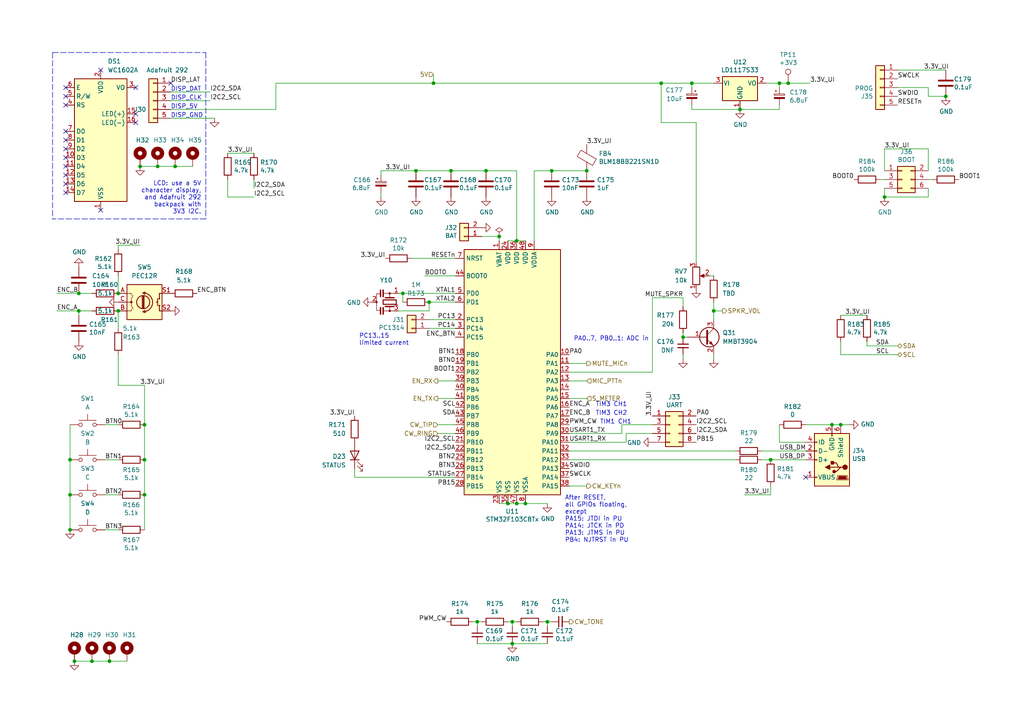
<source format=kicad_sch>
(kicad_sch (version 20211123) (generator eeschema)

  (uuid 5367a494-64b6-4f8c-adca-814c4b88525b)

  (paper "A4")

  (title_block
    (title "DART-70 TRX")
    (date "2023-02-02")
    (rev "0")
    (company "HB9EGM")
    (comment 1 "A 4m Band SSB/CW Transceiver")
    (comment 2 "User interface")
  )

  

  (junction (at 34.29 85.09) (diameter 0) (color 0 0 0 0)
    (uuid 1276659c-ff14-4940-b214-e27c5bbbd628)
  )
  (junction (at 207.01 90.17) (diameter 0) (color 0 0 0 0)
    (uuid 13669500-5baf-474d-9795-5cd07ed31711)
  )
  (junction (at 125.73 24.13) (diameter 0) (color 0 0 0 0)
    (uuid 18eb06be-4daf-4e03-af66-101a20520115)
  )
  (junction (at 223.52 133.35) (diameter 0) (color 0 0 0 0)
    (uuid 2a891096-042c-4004-b161-8bd2c0b59fd7)
  )
  (junction (at 200.66 24.13) (diameter 0) (color 0 0 0 0)
    (uuid 365db125-0d05-4a3b-80f5-776f84224f16)
  )
  (junction (at 149.86 69.85) (diameter 0) (color 0 0 0 0)
    (uuid 3b398e0a-4c10-4dcc-aa1f-5dcd51a576d9)
  )
  (junction (at 20.32 143.51) (diameter 0) (color 0 0 0 0)
    (uuid 3e97b4b6-51fe-4831-8963-04e554d396f4)
  )
  (junction (at 243.84 123.19) (diameter 0) (color 0 0 0 0)
    (uuid 3f43b8cc-e232-4de4-a8bc-56a1a1c0a87a)
  )
  (junction (at 124.46 87.63) (diameter 0) (color 0 0 0 0)
    (uuid 418a0e9c-c95f-4d4a-a88f-ec13faf3303c)
  )
  (junction (at 191.77 24.13) (diameter 0) (color 0 0 0 0)
    (uuid 44749f55-d122-4aa6-85e2-ad52f442bc2e)
  )
  (junction (at 130.81 49.53) (diameter 0) (color 0 0 0 0)
    (uuid 463e71c6-e035-4ed0-9a41-c3c9633f2c78)
  )
  (junction (at 22.86 85.09) (diameter 0) (color 0 0 0 0)
    (uuid 50eddd67-6aa3-43d4-a67d-b80202184bf7)
  )
  (junction (at 40.64 48.26) (diameter 0) (color 0 0 0 0)
    (uuid 5409bb4f-9871-4b76-80d1-9c4fde9be964)
  )
  (junction (at 31.75 191.77) (diameter 0) (color 0 0 0 0)
    (uuid 59cde6dd-9dca-42cc-926a-90d90b278d0e)
  )
  (junction (at 20.32 133.35) (diameter 0) (color 0 0 0 0)
    (uuid 60f9aea0-5552-4cff-adfd-7e3333a6c431)
  )
  (junction (at 149.86 146.05) (diameter 0) (color 0 0 0 0)
    (uuid 70b621b6-45b5-43cb-9683-d589118723d7)
  )
  (junction (at 147.32 146.05) (diameter 0) (color 0 0 0 0)
    (uuid 73e2a101-0bc0-414b-9aa7-7eeb8a3caef1)
  )
  (junction (at 120.65 49.53) (diameter 0) (color 0 0 0 0)
    (uuid 752fa345-d8be-4e99-aad1-e88671f99643)
  )
  (junction (at 160.02 49.53) (diameter 0) (color 0 0 0 0)
    (uuid 77b09fa1-fbbb-49ab-94c4-069660b694ff)
  )
  (junction (at 148.59 186.69) (diameter 0) (color 0 0 0 0)
    (uuid 782b86fa-ef9f-4c16-a991-b44a80f0f0c3)
  )
  (junction (at 138.43 180.34) (diameter 0) (color 0 0 0 0)
    (uuid 7efaeda2-e767-44b9-adb2-3a0c3f4d2f1d)
  )
  (junction (at 144.78 68.58) (diameter 0) (color 0 0 0 0)
    (uuid 82837723-01d6-44de-81eb-7f1b77872cbf)
  )
  (junction (at 22.86 90.17) (diameter 0) (color 0 0 0 0)
    (uuid 85d4e31f-0a9c-44fe-988a-fd9d1c9f0d5f)
  )
  (junction (at 158.75 180.34) (diameter 0) (color 0 0 0 0)
    (uuid 8847e751-6992-4f80-92c5-c3bef4b5dbf6)
  )
  (junction (at 116.84 85.09) (diameter 0) (color 0 0 0 0)
    (uuid 8c497335-9f19-4d8f-81b9-d3f6e5560190)
  )
  (junction (at 226.06 24.13) (diameter 0) (color 0 0 0 0)
    (uuid 950bee3f-9e72-4e30-a26d-44d6909f7316)
  )
  (junction (at 241.3 123.19) (diameter 0) (color 0 0 0 0)
    (uuid 9801ccc8-5152-40bb-932d-67072f8cd8ad)
  )
  (junction (at 26.67 191.77) (diameter 0) (color 0 0 0 0)
    (uuid 98560b74-a1df-4f18-9056-9d04ee495b97)
  )
  (junction (at 256.54 57.15) (diameter 0) (color 0 0 0 0)
    (uuid 9b396834-9f2e-4234-8e77-e2f453053d8c)
  )
  (junction (at 140.97 49.53) (diameter 0) (color 0 0 0 0)
    (uuid 9cb0289b-897f-4a33-9575-6ead0989832a)
  )
  (junction (at 41.91 133.35) (diameter 0) (color 0 0 0 0)
    (uuid a306cb94-6ff0-43dc-b3ff-609bd041f651)
  )
  (junction (at 148.59 180.34) (diameter 0) (color 0 0 0 0)
    (uuid b2ecb88a-4c09-46d5-b24a-de38dbb48f75)
  )
  (junction (at 41.91 143.51) (diameter 0) (color 0 0 0 0)
    (uuid b47512f5-ddb1-4f6a-a01f-993a149ffa47)
  )
  (junction (at 152.4 146.05) (diameter 0) (color 0 0 0 0)
    (uuid b7e9cf10-b74e-4e80-a7f1-e33a29fe56de)
  )
  (junction (at 50.8 48.26) (diameter 0) (color 0 0 0 0)
    (uuid be50dc6c-7959-4fe7-9a13-513b2caf58e4)
  )
  (junction (at 20.32 153.67) (diameter 0) (color 0 0 0 0)
    (uuid be9a62f2-23dd-41df-91a7-1f4ac377faf3)
  )
  (junction (at 198.12 97.79) (diameter 0) (color 0 0 0 0)
    (uuid c21d43cd-6a5c-49e4-8e47-27ce04de320c)
  )
  (junction (at 34.29 90.17) (diameter 0) (color 0 0 0 0)
    (uuid c2d3f10b-b9a2-4cb9-979d-644e3566b349)
  )
  (junction (at 21.59 191.77) (diameter 0) (color 0 0 0 0)
    (uuid c700ac3f-55c1-4328-ac50-f1d2cfb94ee9)
  )
  (junction (at 214.63 31.75) (diameter 0) (color 0 0 0 0)
    (uuid c919be4d-1323-48ff-9b47-63e806eb379b)
  )
  (junction (at 41.91 123.19) (diameter 0) (color 0 0 0 0)
    (uuid cc016ca4-b9a4-4d80-91ba-91d6e0df5bcc)
  )
  (junction (at 45.72 48.26) (diameter 0) (color 0 0 0 0)
    (uuid d5c0f35c-e53a-490c-a51b-54d9701fea80)
  )
  (junction (at 170.18 49.53) (diameter 0) (color 0 0 0 0)
    (uuid e1640c92-0a7b-4990-ae42-e9436c2a460d)
  )
  (junction (at 274.32 27.94) (diameter 0) (color 0 0 0 0)
    (uuid ed74c2b7-a3ac-4886-84f5-377b5e1bbbfc)
  )
  (junction (at 228.6 24.13) (diameter 0) (color 0 0 0 0)
    (uuid edb71222-40e6-4859-afb6-9f8493972161)
  )

  (no_connect (at 19.05 30.48) (uuid 27a098aa-a54a-4603-8a04-fe8def00e684))
  (no_connect (at 19.05 25.4) (uuid 32b8b153-c903-4741-ad0e-f8d9602e50e4))
  (no_connect (at 39.37 33.02) (uuid 342988be-16c5-4d72-82f4-e65b4c5f0a23))
  (no_connect (at 233.68 138.43) (uuid 487ede9d-e4e2-47c1-b417-084ff862638c))
  (no_connect (at 19.05 45.72) (uuid 4f2980f5-7c43-4875-a7d2-8b8b265a1e46))
  (no_connect (at 19.05 40.64) (uuid 5187d1a9-67b2-40c1-a07c-4e0e8a38791d))
  (no_connect (at 39.37 35.56) (uuid 54760758-af89-4a41-a60d-e1b689c5006e))
  (no_connect (at 29.21 20.32) (uuid 5e0f13bf-804a-411e-8f5a-2678db83e4a0))
  (no_connect (at 19.05 38.1) (uuid 657b9520-f4f5-4bbd-96e9-e7037197e3d3))
  (no_connect (at 19.05 53.34) (uuid 68b3df11-6847-4453-820a-85d602ac575b))
  (no_connect (at 19.05 43.18) (uuid 7470b900-3f1e-497f-b369-8aad981a3392))
  (no_connect (at 29.21 60.96) (uuid 94d11b9d-6eb0-4385-9ae1-ddcc32221de4))
  (no_connect (at 19.05 48.26) (uuid 98bce542-8d71-44ac-8b06-d20ab5e9152b))
  (no_connect (at 19.05 55.88) (uuid 9a013d10-199f-4d04-bd4c-941faf08d324))
  (no_connect (at 19.05 27.94) (uuid cbf32607-4f05-4315-90ea-7b1ad43a34e7))
  (no_connect (at 49.53 24.13) (uuid d201603c-e100-4dec-85ec-f4b2f2d1beac))
  (no_connect (at 39.37 25.4) (uuid e52ceaab-2ff4-49eb-abf8-ad8d6eddfba5))
  (no_connect (at 19.05 50.8) (uuid e57a82f1-c1a2-475f-b5ba-dfeed83c5d9b))

  (wire (pts (xy 165.1 133.35) (xy 213.36 133.35))
    (stroke (width 0) (type default) (color 0 0 0 0))
    (uuid 006bc43b-d3a8-4a38-a8dc-5a24da3f9b4d)
  )
  (wire (pts (xy 49.53 26.67) (xy 60.96 26.67))
    (stroke (width 0) (type default) (color 0 0 0 0))
    (uuid 0172fa94-4b7c-4d5e-bde6-27bb171b91e9)
  )
  (wire (pts (xy 34.29 71.12) (xy 40.64 71.12))
    (stroke (width 0) (type default) (color 0 0 0 0))
    (uuid 0242d9ef-e4f8-46fc-9a77-e91737006838)
  )
  (wire (pts (xy 34.29 95.25) (xy 34.29 90.17))
    (stroke (width 0) (type default) (color 0 0 0 0))
    (uuid 035870a0-33fd-4542-9093-58d01a043d61)
  )
  (wire (pts (xy 222.25 24.13) (xy 226.06 24.13))
    (stroke (width 0) (type default) (color 0 0 0 0))
    (uuid 044e08b9-e685-498e-bd87-b8524296a144)
  )
  (wire (pts (xy 119.38 74.93) (xy 132.08 74.93))
    (stroke (width 0) (type default) (color 0 0 0 0))
    (uuid 0454b0ed-4e94-46b1-9058-7210ddee62e4)
  )
  (wire (pts (xy 200.66 31.75) (xy 214.63 31.75))
    (stroke (width 0) (type default) (color 0 0 0 0))
    (uuid 049c481d-6ebe-4dd1-9faa-e600aef235d0)
  )
  (wire (pts (xy 34.29 102.87) (xy 34.29 111.76))
    (stroke (width 0) (type default) (color 0 0 0 0))
    (uuid 075e8b22-aaf4-4757-89b3-6249642534f1)
  )
  (wire (pts (xy 170.18 140.97) (xy 165.1 140.97))
    (stroke (width 0) (type default) (color 0 0 0 0))
    (uuid 092bd70b-48e0-45b7-9940-021b2d382881)
  )
  (wire (pts (xy 189.23 86.36) (xy 198.12 86.36))
    (stroke (width 0) (type default) (color 0 0 0 0))
    (uuid 0cb31f5d-5577-4529-a561-fc2e8e6c473e)
  )
  (wire (pts (xy 22.86 91.44) (xy 22.86 90.17))
    (stroke (width 0) (type default) (color 0 0 0 0))
    (uuid 1021e01a-7480-4604-9b82-a8d70899e83d)
  )
  (wire (pts (xy 34.29 133.35) (xy 30.48 133.35))
    (stroke (width 0) (type default) (color 0 0 0 0))
    (uuid 10acd6cf-9aa0-464b-9051-98ec9eb1cee0)
  )
  (wire (pts (xy 165.1 130.81) (xy 213.36 130.81))
    (stroke (width 0) (type default) (color 0 0 0 0))
    (uuid 11b49d13-b047-4242-be65-9a9b1c80ec58)
  )
  (wire (pts (xy 207.01 87.63) (xy 207.01 90.17))
    (stroke (width 0) (type default) (color 0 0 0 0))
    (uuid 1525aa38-a541-4636-8138-01e3058a1520)
  )
  (wire (pts (xy 251.46 100.33) (xy 260.35 100.33))
    (stroke (width 0) (type default) (color 0 0 0 0))
    (uuid 15328724-62c0-4c64-8165-7ba7fa235831)
  )
  (wire (pts (xy 127 115.57) (xy 132.08 115.57))
    (stroke (width 0) (type default) (color 0 0 0 0))
    (uuid 1627b889-41c1-4638-81bb-2059620a165d)
  )
  (wire (pts (xy 127 125.73) (xy 132.08 125.73))
    (stroke (width 0) (type default) (color 0 0 0 0))
    (uuid 166aacf9-9169-4bbe-a203-0c1180fa7c79)
  )
  (wire (pts (xy 191.77 35.56) (xy 191.77 24.13))
    (stroke (width 0) (type default) (color 0 0 0 0))
    (uuid 1758ba3f-65d9-48ce-8dc4-3064f533dbae)
  )
  (wire (pts (xy 21.59 191.77) (xy 26.67 191.77))
    (stroke (width 0) (type default) (color 0 0 0 0))
    (uuid 1998e0d6-130d-4ba8-96ae-888a1f6e3081)
  )
  (wire (pts (xy 110.49 55.88) (xy 110.49 57.15))
    (stroke (width 0) (type default) (color 0 0 0 0))
    (uuid 1a795a6f-1bc6-41fb-82d7-5ae528094d84)
  )
  (wire (pts (xy 207.01 90.17) (xy 209.55 90.17))
    (stroke (width 0) (type default) (color 0 0 0 0))
    (uuid 1d79b872-4247-447b-8107-559d53ddd5a5)
  )
  (wire (pts (xy 243.84 102.87) (xy 243.84 99.06))
    (stroke (width 0) (type default) (color 0 0 0 0))
    (uuid 1fcbe337-d147-4e02-846e-7f1ec4528bd0)
  )
  (wire (pts (xy 130.81 49.53) (xy 140.97 49.53))
    (stroke (width 0) (type default) (color 0 0 0 0))
    (uuid 2330a65f-a667-4564-b2ea-fd267508069a)
  )
  (wire (pts (xy 260.35 20.32) (xy 274.32 20.32))
    (stroke (width 0) (type default) (color 0 0 0 0))
    (uuid 23425199-2ac8-404e-b295-8bb0276f526e)
  )
  (wire (pts (xy 189.23 125.73) (xy 181.61 125.73))
    (stroke (width 0) (type default) (color 0 0 0 0))
    (uuid 238ce6dc-0557-409a-ab04-93448fccaac4)
  )
  (wire (pts (xy 160.02 49.53) (xy 154.94 49.53))
    (stroke (width 0) (type default) (color 0 0 0 0))
    (uuid 23d269d6-d694-442a-bf5d-98bf3544fc31)
  )
  (wire (pts (xy 269.24 25.4) (xy 269.24 27.94))
    (stroke (width 0) (type default) (color 0 0 0 0))
    (uuid 2480dd87-1dff-4a50-81a2-52ef161ac45c)
  )
  (wire (pts (xy 138.43 180.34) (xy 138.43 181.61))
    (stroke (width 0) (type default) (color 0 0 0 0))
    (uuid 251435cb-df17-46ab-aac4-3d24ccac8db0)
  )
  (wire (pts (xy 223.52 133.35) (xy 233.68 133.35))
    (stroke (width 0) (type default) (color 0 0 0 0))
    (uuid 25ada721-670a-4020-ae0b-77410c4e375a)
  )
  (wire (pts (xy 34.29 123.19) (xy 30.48 123.19))
    (stroke (width 0) (type default) (color 0 0 0 0))
    (uuid 2965eaa9-5c83-4078-a673-05e36103f2d1)
  )
  (wire (pts (xy 127 123.19) (xy 132.08 123.19))
    (stroke (width 0) (type default) (color 0 0 0 0))
    (uuid 2bd08fdd-e559-4112-af36-bdef9848d0a6)
  )
  (wire (pts (xy 228.6 24.13) (xy 234.95 24.13))
    (stroke (width 0) (type default) (color 0 0 0 0))
    (uuid 2da947aa-ae17-4b65-af50-1f4c2e060828)
  )
  (wire (pts (xy 243.84 91.44) (xy 251.46 91.44))
    (stroke (width 0) (type default) (color 0 0 0 0))
    (uuid 34d6d782-5641-4526-b346-05de03ea8c0e)
  )
  (polyline (pts (xy 59.69 15.24) (xy 59.69 63.5))
    (stroke (width 0) (type default) (color 0 0 0 0))
    (uuid 36dbbb14-ed77-4633-af35-90660d2143f3)
  )

  (wire (pts (xy 80.01 31.75) (xy 80.01 24.13))
    (stroke (width 0) (type default) (color 0 0 0 0))
    (uuid 3767c9f7-bcd4-45e3-8ce9-5319ea755a8a)
  )
  (wire (pts (xy 120.65 49.53) (xy 130.81 49.53))
    (stroke (width 0) (type default) (color 0 0 0 0))
    (uuid 37e843e9-2538-4a91-9a9b-f536fa0a9e84)
  )
  (wire (pts (xy 110.49 49.53) (xy 120.65 49.53))
    (stroke (width 0) (type default) (color 0 0 0 0))
    (uuid 3a013e8f-5b12-499b-8d2d-0ad49966db1a)
  )
  (wire (pts (xy 50.8 48.26) (xy 55.88 48.26))
    (stroke (width 0) (type default) (color 0 0 0 0))
    (uuid 3c208147-3781-4b11-83b9-c01c80ce3aa9)
  )
  (wire (pts (xy 200.66 24.13) (xy 200.66 25.4))
    (stroke (width 0) (type default) (color 0 0 0 0))
    (uuid 3c7ec0d6-65f7-4e0f-bf39-65992df7174f)
  )
  (wire (pts (xy 158.75 181.61) (xy 158.75 180.34))
    (stroke (width 0) (type default) (color 0 0 0 0))
    (uuid 3d927ca0-f4ad-42ab-b902-dfef8d84eebb)
  )
  (wire (pts (xy 66.04 44.45) (xy 73.66 44.45))
    (stroke (width 0) (type default) (color 0 0 0 0))
    (uuid 3f4ca593-2b3f-4c1d-83fb-6afbc1dc83bd)
  )
  (wire (pts (xy 102.87 135.89) (xy 102.87 138.43))
    (stroke (width 0) (type default) (color 0 0 0 0))
    (uuid 3f4f4435-0d48-417e-8f86-def0fd108af7)
  )
  (wire (pts (xy 148.59 186.69) (xy 158.75 186.69))
    (stroke (width 0) (type default) (color 0 0 0 0))
    (uuid 3fc3a397-ec3a-4314-aa6a-44925ef4cbbe)
  )
  (wire (pts (xy 40.64 48.26) (xy 45.72 48.26))
    (stroke (width 0) (type default) (color 0 0 0 0))
    (uuid 415fe277-08a6-4bf9-b670-09af28cfaea7)
  )
  (polyline (pts (xy 15.24 15.24) (xy 59.69 15.24))
    (stroke (width 0) (type default) (color 0 0 0 0))
    (uuid 437ebe18-8f4c-4d60-9ade-e76424d17726)
  )

  (wire (pts (xy 158.75 180.34) (xy 160.02 180.34))
    (stroke (width 0) (type default) (color 0 0 0 0))
    (uuid 4736f749-4a0e-4a05-b1aa-d51f1c3fc23d)
  )
  (wire (pts (xy 160.02 49.53) (xy 170.18 49.53))
    (stroke (width 0) (type default) (color 0 0 0 0))
    (uuid 4829bee0-faa8-43f7-b2d7-8a6e5d1b3050)
  )
  (wire (pts (xy 34.29 80.01) (xy 34.29 85.09))
    (stroke (width 0) (type default) (color 0 0 0 0))
    (uuid 487cb37f-32e1-4fcc-b649-1ddd891984c5)
  )
  (wire (pts (xy 34.29 72.39) (xy 34.29 71.12))
    (stroke (width 0) (type default) (color 0 0 0 0))
    (uuid 4ac2ebce-bb4e-40ee-8aab-660b525d546b)
  )
  (wire (pts (xy 124.46 92.71) (xy 132.08 92.71))
    (stroke (width 0) (type default) (color 0 0 0 0))
    (uuid 4cd135a5-fdd1-4851-864a-dadf7c96d9ff)
  )
  (wire (pts (xy 20.32 123.19) (xy 20.32 133.35))
    (stroke (width 0) (type default) (color 0 0 0 0))
    (uuid 4d43e674-c1c0-4e11-b129-01108db367aa)
  )
  (wire (pts (xy 260.35 25.4) (xy 269.24 25.4))
    (stroke (width 0) (type default) (color 0 0 0 0))
    (uuid 4f69bb40-cbf2-45c5-8c23-3e0667e1f6c1)
  )
  (wire (pts (xy 165.1 128.27) (xy 181.61 128.27))
    (stroke (width 0) (type default) (color 0 0 0 0))
    (uuid 500298f6-b9ed-4e53-bde6-024545f1a90a)
  )
  (wire (pts (xy 201.93 76.2) (xy 201.93 35.56))
    (stroke (width 0) (type default) (color 0 0 0 0))
    (uuid 5072acae-0fdb-4040-acf2-e7c46e26f505)
  )
  (wire (pts (xy 226.06 24.13) (xy 228.6 24.13))
    (stroke (width 0) (type default) (color 0 0 0 0))
    (uuid 53ca9047-4473-49bf-9a5c-d4ba6da3881d)
  )
  (wire (pts (xy 41.91 111.76) (xy 41.91 123.19))
    (stroke (width 0) (type default) (color 0 0 0 0))
    (uuid 58a22765-7f2e-4f66-9ea8-f56fcca75dda)
  )
  (wire (pts (xy 34.29 143.51) (xy 30.48 143.51))
    (stroke (width 0) (type default) (color 0 0 0 0))
    (uuid 595e8034-8a59-4a5c-b366-f8604d8aa4da)
  )
  (wire (pts (xy 200.66 30.48) (xy 200.66 31.75))
    (stroke (width 0) (type default) (color 0 0 0 0))
    (uuid 5c2835f1-d56c-4019-9ef3-09fd3e460220)
  )
  (wire (pts (xy 110.49 49.53) (xy 110.49 50.8))
    (stroke (width 0) (type default) (color 0 0 0 0))
    (uuid 5e8f43a4-e869-473e-b093-0ec79ea19580)
  )
  (wire (pts (xy 226.06 128.27) (xy 233.68 128.27))
    (stroke (width 0) (type default) (color 0 0 0 0))
    (uuid 5f48357f-c353-4808-811f-74ed7ffaa7c6)
  )
  (wire (pts (xy 269.24 27.94) (xy 274.32 27.94))
    (stroke (width 0) (type default) (color 0 0 0 0))
    (uuid 61b6f2c4-b226-47d6-bbd8-9d67fcaf35c3)
  )
  (wire (pts (xy 256.54 57.15) (xy 269.24 57.15))
    (stroke (width 0) (type default) (color 0 0 0 0))
    (uuid 61e795c9-5bb5-48b3-b7a0-cb64f04c7adc)
  )
  (wire (pts (xy 34.29 153.67) (xy 30.48 153.67))
    (stroke (width 0) (type default) (color 0 0 0 0))
    (uuid 66d98295-60ac-4b7d-a181-3284b2b387bc)
  )
  (wire (pts (xy 124.46 90.17) (xy 124.46 87.63))
    (stroke (width 0) (type default) (color 0 0 0 0))
    (uuid 677a1070-c11b-49a9-8186-12e0a3e880b1)
  )
  (wire (pts (xy 66.04 57.15) (xy 66.04 52.07))
    (stroke (width 0) (type default) (color 0 0 0 0))
    (uuid 679e5b0e-a017-43d8-8845-79a886253d82)
  )
  (wire (pts (xy 26.67 191.77) (xy 31.75 191.77))
    (stroke (width 0) (type default) (color 0 0 0 0))
    (uuid 67a7995e-8784-42ca-a88d-2917f425f1b7)
  )
  (wire (pts (xy 215.9 143.51) (xy 223.52 143.51))
    (stroke (width 0) (type default) (color 0 0 0 0))
    (uuid 6be0facb-2aaa-4e96-b9a3-b62386a9a87b)
  )
  (polyline (pts (xy 15.24 15.24) (xy 15.24 63.5))
    (stroke (width 0) (type default) (color 0 0 0 0))
    (uuid 6c1a4ff4-84d5-4723-9271-598658bada11)
  )

  (wire (pts (xy 165.1 125.73) (xy 180.34 125.73))
    (stroke (width 0) (type default) (color 0 0 0 0))
    (uuid 6f75ea3e-6135-44f5-9313-1aad839ab6f6)
  )
  (wire (pts (xy 137.16 180.34) (xy 138.43 180.34))
    (stroke (width 0) (type default) (color 0 0 0 0))
    (uuid 742f6656-c86d-41c0-937e-ef6ded3bd482)
  )
  (wire (pts (xy 243.84 102.87) (xy 260.35 102.87))
    (stroke (width 0) (type default) (color 0 0 0 0))
    (uuid 75080b0b-6140-45af-8605-622af6de8bea)
  )
  (wire (pts (xy 223.52 133.35) (xy 220.98 133.35))
    (stroke (width 0) (type default) (color 0 0 0 0))
    (uuid 771145ed-2e00-4172-ac95-37a36c6a35ce)
  )
  (wire (pts (xy 140.97 49.53) (xy 149.86 49.53))
    (stroke (width 0) (type default) (color 0 0 0 0))
    (uuid 7c1fd6fc-5c53-4ccb-a456-46fe6fc0bc71)
  )
  (wire (pts (xy 34.29 111.76) (xy 41.91 111.76))
    (stroke (width 0) (type default) (color 0 0 0 0))
    (uuid 7d0bbe80-0957-4d01-9233-f16ef102a13b)
  )
  (wire (pts (xy 157.48 180.34) (xy 158.75 180.34))
    (stroke (width 0) (type default) (color 0 0 0 0))
    (uuid 7d512d14-3ca4-4934-b506-eb07d268c7dc)
  )
  (wire (pts (xy 147.32 146.05) (xy 144.78 146.05))
    (stroke (width 0) (type default) (color 0 0 0 0))
    (uuid 7f2c9904-545b-4337-acd6-8707e0924818)
  )
  (wire (pts (xy 243.84 123.19) (xy 241.3 123.19))
    (stroke (width 0) (type default) (color 0 0 0 0))
    (uuid 7fa098fb-b644-4e64-920e-8328b5d12f21)
  )
  (wire (pts (xy 144.78 68.58) (xy 139.7 68.58))
    (stroke (width 0) (type default) (color 0 0 0 0))
    (uuid 822cf157-ecb8-46d7-8cc6-5f0248fd6b37)
  )
  (wire (pts (xy 41.91 133.35) (xy 41.91 123.19))
    (stroke (width 0) (type default) (color 0 0 0 0))
    (uuid 83b77b4d-dcc2-4e93-a5f3-1d1480646393)
  )
  (wire (pts (xy 255.27 52.07) (xy 256.54 52.07))
    (stroke (width 0) (type default) (color 0 0 0 0))
    (uuid 875404be-e359-458a-af29-1bd3403dd55f)
  )
  (wire (pts (xy 170.18 110.49) (xy 165.1 110.49))
    (stroke (width 0) (type default) (color 0 0 0 0))
    (uuid 8916cfb5-5541-43a9-8e0e-951b776d485c)
  )
  (wire (pts (xy 125.73 21.59) (xy 125.73 24.13))
    (stroke (width 0) (type default) (color 0 0 0 0))
    (uuid 8aacfdd5-15da-46ff-b53e-da8342d51270)
  )
  (wire (pts (xy 207.01 90.17) (xy 207.01 92.71))
    (stroke (width 0) (type default) (color 0 0 0 0))
    (uuid 8c018d47-5ab9-4aea-a37a-71038b398265)
  )
  (wire (pts (xy 49.53 31.75) (xy 80.01 31.75))
    (stroke (width 0) (type default) (color 0 0 0 0))
    (uuid 8cf3b989-d323-4aa3-888a-229ee0855e8a)
  )
  (wire (pts (xy 20.32 143.51) (xy 20.32 153.67))
    (stroke (width 0) (type default) (color 0 0 0 0))
    (uuid 8d760ab7-cb5d-426a-b4aa-fb7e0964cb41)
  )
  (wire (pts (xy 73.66 57.15) (xy 66.04 57.15))
    (stroke (width 0) (type default) (color 0 0 0 0))
    (uuid 8f577817-ea32-42aa-bedc-809b6d0ffec6)
  )
  (wire (pts (xy 148.59 180.34) (xy 149.86 180.34))
    (stroke (width 0) (type default) (color 0 0 0 0))
    (uuid 9004cee7-358e-4c08-9d64-a05f28a4e7b6)
  )
  (wire (pts (xy 22.86 85.09) (xy 26.67 85.09))
    (stroke (width 0) (type default) (color 0 0 0 0))
    (uuid 901dc96c-698d-427d-880a-ee46536a481f)
  )
  (wire (pts (xy 198.12 97.79) (xy 199.39 97.79))
    (stroke (width 0) (type default) (color 0 0 0 0))
    (uuid 91b93633-9d4a-4170-b7ca-34e2d5aedb1e)
  )
  (wire (pts (xy 124.46 87.63) (xy 132.08 87.63))
    (stroke (width 0) (type default) (color 0 0 0 0))
    (uuid 92cf4db4-2dba-4763-9cd8-3c7f8aff8f24)
  )
  (wire (pts (xy 124.46 90.17) (xy 115.57 90.17))
    (stroke (width 0) (type default) (color 0 0 0 0))
    (uuid 93b580d1-c2df-48c4-9d06-465ca9d3eebc)
  )
  (wire (pts (xy 102.87 138.43) (xy 132.08 138.43))
    (stroke (width 0) (type default) (color 0 0 0 0))
    (uuid 9c00f763-4387-4dca-9d2a-687600fcbd31)
  )
  (wire (pts (xy 220.98 130.81) (xy 233.68 130.81))
    (stroke (width 0) (type default) (color 0 0 0 0))
    (uuid 9f7324c5-50a2-442c-8a80-edf04aa2b2ac)
  )
  (wire (pts (xy 144.78 69.85) (xy 144.78 68.58))
    (stroke (width 0) (type default) (color 0 0 0 0))
    (uuid 9f7b3295-d16c-467f-88f6-2ab8ee650e3a)
  )
  (wire (pts (xy 149.86 69.85) (xy 147.32 69.85))
    (stroke (width 0) (type default) (color 0 0 0 0))
    (uuid a32fe8ab-5810-40f6-8eab-48332c0ee5a0)
  )
  (wire (pts (xy 256.54 49.53) (xy 256.54 43.18))
    (stroke (width 0) (type default) (color 0 0 0 0))
    (uuid a560f403-c7e0-4d97-9b6c-c5351bebb237)
  )
  (wire (pts (xy 198.12 104.14) (xy 198.12 102.87))
    (stroke (width 0) (type default) (color 0 0 0 0))
    (uuid a6772870-a42e-49f8-bd4d-a35118c5fb87)
  )
  (wire (pts (xy 269.24 49.53) (xy 269.24 43.18))
    (stroke (width 0) (type default) (color 0 0 0 0))
    (uuid a6e0def8-4f4c-4324-b688-07d61c9eec31)
  )
  (wire (pts (xy 45.72 48.26) (xy 50.8 48.26))
    (stroke (width 0) (type default) (color 0 0 0 0))
    (uuid aa86e1e0-bdcd-4d16-abad-e99900421e9e)
  )
  (wire (pts (xy 124.46 95.25) (xy 132.08 95.25))
    (stroke (width 0) (type default) (color 0 0 0 0))
    (uuid ab5db7e5-9de7-449f-b70b-9d0dd610b10b)
  )
  (wire (pts (xy 116.84 87.63) (xy 116.84 85.09))
    (stroke (width 0) (type default) (color 0 0 0 0))
    (uuid ac5a5c45-797a-4bbe-bfd5-5ce5a8aa3463)
  )
  (wire (pts (xy 198.12 96.52) (xy 198.12 97.79))
    (stroke (width 0) (type default) (color 0 0 0 0))
    (uuid ae0da676-b905-4af3-8d1e-af49105ca29d)
  )
  (wire (pts (xy 152.4 146.05) (xy 149.86 146.05))
    (stroke (width 0) (type default) (color 0 0 0 0))
    (uuid b05af61d-3c1d-44cf-aea2-61fd169c9d1a)
  )
  (wire (pts (xy 31.75 191.77) (xy 36.83 191.77))
    (stroke (width 0) (type default) (color 0 0 0 0))
    (uuid b28ba5b1-54d9-4597-94a4-3b5c7b5bab1e)
  )
  (wire (pts (xy 149.86 49.53) (xy 149.86 69.85))
    (stroke (width 0) (type default) (color 0 0 0 0))
    (uuid b3eebb03-af8c-48e8-a7d9-5ec3741206fa)
  )
  (wire (pts (xy 191.77 24.13) (xy 200.66 24.13))
    (stroke (width 0) (type default) (color 0 0 0 0))
    (uuid b5764917-bb73-4032-bb79-484b4094badd)
  )
  (wire (pts (xy 181.61 125.73) (xy 181.61 128.27))
    (stroke (width 0) (type default) (color 0 0 0 0))
    (uuid b9fce689-53c2-4275-98d8-2c8da9bd740a)
  )
  (wire (pts (xy 116.84 85.09) (xy 115.57 85.09))
    (stroke (width 0) (type default) (color 0 0 0 0))
    (uuid ba80136a-34d0-4a97-a9c9-c43ab3f7be6e)
  )
  (wire (pts (xy 152.4 69.85) (xy 149.86 69.85))
    (stroke (width 0) (type default) (color 0 0 0 0))
    (uuid bade9875-e59b-4d52-b529-c48d7c265fc4)
  )
  (wire (pts (xy 49.53 29.21) (xy 60.96 29.21))
    (stroke (width 0) (type default) (color 0 0 0 0))
    (uuid bc913ca4-9065-43d2-9d7f-c7073d14811d)
  )
  (wire (pts (xy 170.18 115.57) (xy 165.1 115.57))
    (stroke (width 0) (type default) (color 0 0 0 0))
    (uuid bcb9de97-da39-48c2-ba62-52171a3a19f8)
  )
  (wire (pts (xy 207.01 104.14) (xy 207.01 102.87))
    (stroke (width 0) (type default) (color 0 0 0 0))
    (uuid be3969cd-6eb6-46db-b717-5a91b206baa1)
  )
  (wire (pts (xy 22.86 85.09) (xy 16.51 85.09))
    (stroke (width 0) (type default) (color 0 0 0 0))
    (uuid c71a0f1c-e0a1-4cfb-a1c2-249d4b359638)
  )
  (wire (pts (xy 180.34 123.19) (xy 189.23 123.19))
    (stroke (width 0) (type default) (color 0 0 0 0))
    (uuid ca0eab8e-e3fd-464d-bb03-d1603b8a651b)
  )
  (wire (pts (xy 269.24 57.15) (xy 269.24 54.61))
    (stroke (width 0) (type default) (color 0 0 0 0))
    (uuid ca12753c-a5f4-49a4-bb14-a01420a86edb)
  )
  (wire (pts (xy 201.93 35.56) (xy 191.77 35.56))
    (stroke (width 0) (type default) (color 0 0 0 0))
    (uuid cd84c7b2-4536-4fce-8e6f-895da17fdf47)
  )
  (wire (pts (xy 200.66 24.13) (xy 207.01 24.13))
    (stroke (width 0) (type default) (color 0 0 0 0))
    (uuid cda471cd-ed64-4f58-b827-5f282321cb92)
  )
  (wire (pts (xy 73.66 54.61) (xy 73.66 52.07))
    (stroke (width 0) (type default) (color 0 0 0 0))
    (uuid cf02db11-2ff8-4f79-b3e9-9802575ab786)
  )
  (wire (pts (xy 226.06 24.13) (xy 226.06 25.4))
    (stroke (width 0) (type default) (color 0 0 0 0))
    (uuid d030b1b5-66ea-4dee-aa8b-a368d46b7f2a)
  )
  (wire (pts (xy 214.63 31.75) (xy 226.06 31.75))
    (stroke (width 0) (type default) (color 0 0 0 0))
    (uuid d0c49abc-3258-4c00-a10f-f54b5d0253a5)
  )
  (wire (pts (xy 154.94 49.53) (xy 154.94 69.85))
    (stroke (width 0) (type default) (color 0 0 0 0))
    (uuid d1ea7795-8403-4edb-b959-1b29f77ed16f)
  )
  (wire (pts (xy 26.67 90.17) (xy 22.86 90.17))
    (stroke (width 0) (type default) (color 0 0 0 0))
    (uuid d4d81f67-fac4-4771-8b7d-f2089683330d)
  )
  (wire (pts (xy 269.24 43.18) (xy 256.54 43.18))
    (stroke (width 0) (type default) (color 0 0 0 0))
    (uuid d8e238b6-5437-4b14-9ba7-0337f0b828ab)
  )
  (wire (pts (xy 148.59 181.61) (xy 148.59 180.34))
    (stroke (width 0) (type default) (color 0 0 0 0))
    (uuid d8ebdeb0-2bbd-4a1b-a259-f95c97f44cbe)
  )
  (wire (pts (xy 147.32 180.34) (xy 148.59 180.34))
    (stroke (width 0) (type default) (color 0 0 0 0))
    (uuid dacfc6b2-f197-4446-86ee-d141533404be)
  )
  (wire (pts (xy 246.38 123.19) (xy 243.84 123.19))
    (stroke (width 0) (type default) (color 0 0 0 0))
    (uuid dba4ad5b-8704-4fc8-9247-b9c4709cf1cf)
  )
  (wire (pts (xy 49.53 34.29) (xy 62.23 34.29))
    (stroke (width 0) (type default) (color 0 0 0 0))
    (uuid dc2567a8-f67d-423b-a6b0-f3bf10022eef)
  )
  (wire (pts (xy 16.51 90.17) (xy 22.86 90.17))
    (stroke (width 0) (type default) (color 0 0 0 0))
    (uuid dc3924cb-3c6c-488f-b9d5-465b4a917136)
  )
  (wire (pts (xy 132.08 85.09) (xy 116.84 85.09))
    (stroke (width 0) (type default) (color 0 0 0 0))
    (uuid dcbc5a2e-2561-4663-8736-09acc9fe0209)
  )
  (wire (pts (xy 80.01 24.13) (xy 125.73 24.13))
    (stroke (width 0) (type default) (color 0 0 0 0))
    (uuid dcd3cd29-abce-4f07-aed6-b3bd595ad3c1)
  )
  (wire (pts (xy 138.43 186.69) (xy 148.59 186.69))
    (stroke (width 0) (type default) (color 0 0 0 0))
    (uuid ddcf9a83-0126-4df6-88fa-3363d508d3a6)
  )
  (wire (pts (xy 158.75 146.05) (xy 152.4 146.05))
    (stroke (width 0) (type default) (color 0 0 0 0))
    (uuid e382fedc-c868-44fd-9740-47cc05b15c1c)
  )
  (wire (pts (xy 170.18 105.41) (xy 165.1 105.41))
    (stroke (width 0) (type default) (color 0 0 0 0))
    (uuid e4a40ea1-de8c-4913-8d95-0a86c0054fcc)
  )
  (wire (pts (xy 125.73 24.13) (xy 191.77 24.13))
    (stroke (width 0) (type default) (color 0 0 0 0))
    (uuid e56a79a9-61d2-495a-b224-3ba9edb139f1)
  )
  (wire (pts (xy 226.06 123.19) (xy 226.06 128.27))
    (stroke (width 0) (type default) (color 0 0 0 0))
    (uuid e584287a-6232-40cf-a082-8dea5986b945)
  )
  (wire (pts (xy 138.43 180.34) (xy 139.7 180.34))
    (stroke (width 0) (type default) (color 0 0 0 0))
    (uuid e68fac9b-3de3-4acb-9bb0-3dee3685df22)
  )
  (wire (pts (xy 180.34 125.73) (xy 180.34 123.19))
    (stroke (width 0) (type default) (color 0 0 0 0))
    (uuid e7130644-c4ae-4f9d-997d-5b4fa9d09578)
  )
  (wire (pts (xy 127 110.49) (xy 132.08 110.49))
    (stroke (width 0) (type default) (color 0 0 0 0))
    (uuid e719e133-06c8-48a5-8b34-3a33eec285a2)
  )
  (polyline (pts (xy 59.69 63.5) (xy 15.24 63.5))
    (stroke (width 0) (type default) (color 0 0 0 0))
    (uuid e8e850c4-7708-4bbf-84e9-a768c6d278e3)
  )

  (wire (pts (xy 223.52 143.51) (xy 223.52 140.97))
    (stroke (width 0) (type default) (color 0 0 0 0))
    (uuid e96fb2f4-eacc-40ed-bf61-c56b99b120c0)
  )
  (wire (pts (xy 198.12 86.36) (xy 198.12 88.9))
    (stroke (width 0) (type default) (color 0 0 0 0))
    (uuid eaa232ae-0357-4d6f-87b8-c4745ba4beae)
  )
  (wire (pts (xy 41.91 153.67) (xy 41.91 143.51))
    (stroke (width 0) (type default) (color 0 0 0 0))
    (uuid eb5c3818-51cd-4092-a6a2-1d306912382e)
  )
  (wire (pts (xy 256.54 57.15) (xy 256.54 54.61))
    (stroke (width 0) (type default) (color 0 0 0 0))
    (uuid eca73914-6f4b-487c-b8f6-6bedca0fa3fb)
  )
  (wire (pts (xy 123.19 80.01) (xy 132.08 80.01))
    (stroke (width 0) (type default) (color 0 0 0 0))
    (uuid ed265626-f6f5-4029-beb9-f6ad275e86b5)
  )
  (wire (pts (xy 41.91 143.51) (xy 41.91 133.35))
    (stroke (width 0) (type default) (color 0 0 0 0))
    (uuid ee955228-8cba-41df-9590-142549e57cef)
  )
  (wire (pts (xy 251.46 100.33) (xy 251.46 99.06))
    (stroke (width 0) (type default) (color 0 0 0 0))
    (uuid f1353e9e-7eae-44e9-872c-ec11c41e5657)
  )
  (wire (pts (xy 165.1 107.95) (xy 189.23 107.95))
    (stroke (width 0) (type default) (color 0 0 0 0))
    (uuid f1ef3bae-8492-482a-bb52-c850c5dd92fa)
  )
  (wire (pts (xy 226.06 30.48) (xy 226.06 31.75))
    (stroke (width 0) (type default) (color 0 0 0 0))
    (uuid f2333ea0-3cdc-40cc-b541-5643d95d4956)
  )
  (wire (pts (xy 189.23 107.95) (xy 189.23 86.36))
    (stroke (width 0) (type default) (color 0 0 0 0))
    (uuid f3536d5c-3080-450b-b9d1-9b03a699a225)
  )
  (wire (pts (xy 149.86 146.05) (xy 147.32 146.05))
    (stroke (width 0) (type default) (color 0 0 0 0))
    (uuid f46f4b86-daf6-4869-98cb-928039f00f5f)
  )
  (wire (pts (xy 270.51 52.07) (xy 269.24 52.07))
    (stroke (width 0) (type default) (color 0 0 0 0))
    (uuid f683b564-906b-42f6-a233-cd22c58657dd)
  )
  (wire (pts (xy 241.3 123.19) (xy 233.68 123.19))
    (stroke (width 0) (type default) (color 0 0 0 0))
    (uuid f6c96c0d-4cf7-4e5a-ad96-cb52e5fda138)
  )
  (wire (pts (xy 20.32 133.35) (xy 20.32 143.51))
    (stroke (width 0) (type default) (color 0 0 0 0))
    (uuid f928df12-b33b-4d6e-8a51-572bf83802ca)
  )
  (wire (pts (xy 205.74 80.01) (xy 207.01 80.01))
    (stroke (width 0) (type default) (color 0 0 0 0))
    (uuid fda99d35-648a-4644-959e-8e11da852ebe)
  )

  (text "TODO\n\n\nDone\nReplace connector by footprints for buttons, encoder and display\nCheck how I finally did CW on Picardy 2020\nAdd cable between main board and control"
    (at 1.27 -15.24 0)
    (effects (font (size 3 3)) (justify left bottom))
    (uuid 1154c567-1e30-4104-a3b9-6b57e1efe0f8)
  )
  (text "DISP_5V" (at 49.53 31.75 0)
    (effects (font (size 1.27 1.27)) (justify left bottom))
    (uuid 1ae70af6-ac4a-4a28-aff8-9077e17e3e61)
  )
  (text "DISP_GND" (at 49.53 34.29 0)
    (effects (font (size 1.27 1.27)) (justify left bottom))
    (uuid 2a4a455a-d851-42f3-92ae-dce395b66e62)
  )
  (text "After RESET,\nall GPIOs floating,\nexcept\nPA15: JTDI in PU\nPA14: JTCK in PD\nPA13: JTMS in PU\nPB4: NJTRST in PU"
    (at 163.83 157.48 0)
    (effects (font (size 1.27 1.27)) (justify left bottom))
    (uuid 4585c64e-96ad-4886-8cc1-623266bf73bf)
  )
  (text "TIM1 CH1" (at 173.99 123.19 0)
    (effects (font (size 1.27 1.27)) (justify left bottom))
    (uuid 49389a66-8741-452b-8284-834f65c51e1b)
  )
  (text "Comment from picardy:\n\nLow pass filter for CW sidetone,\nfinally unused. STATUS LED replaced\nby piezo buzzer instead."
    (at -53.34 -16.51 0)
    (effects (font (size 1.27 1.27)) (justify left bottom))
    (uuid 76d9276c-0bff-44cf-81b5-cc0de1c97f12)
  )
  (text "TIM3 CH1" (at 172.72 118.11 0)
    (effects (font (size 1.27 1.27)) (justify left bottom))
    (uuid 7ea15999-0781-4c2e-a266-2adaf5a39946)
  )
  (text "LCD: use a 5V\ncharacter display,\nand Adafruit 292\nbackpack with\n3V3 I2C.\n"
    (at 58.42 62.23 180)
    (effects (font (size 1.27 1.27)) (justify right bottom))
    (uuid 957effad-d1d8-4a6b-8428-056683589978)
  )
  (text "TIM3 CH2" (at 172.72 120.65 0)
    (effects (font (size 1.27 1.27)) (justify left bottom))
    (uuid a632aa3e-0113-4f5d-90b5-27bac9ed8392)
  )
  (text "PC13..15\nlimited current" (at 104.14 100.33 0)
    (effects (font (size 1.27 1.27)) (justify left bottom))
    (uuid d5605fa7-538d-473c-8da8-4e6409672b1d)
  )
  (text "DISP_DAT" (at 49.53 26.67 0)
    (effects (font (size 1.27 1.27)) (justify left bottom))
    (uuid e1ee8c3a-d18b-43d4-92e4-74a5b6e689c1)
  )
  (text "PA0..7, PB0..1: ADC in" (at 166.37 99.06 0)
    (effects (font (size 1.27 1.27)) (justify left bottom))
    (uuid fb6ae0ae-5f09-42f3-a277-43e9524a252b)
  )
  (text "DISP_CLK" (at 49.53 29.21 0)
    (effects (font (size 1.27 1.27)) (justify left bottom))
    (uuid fd29d2ff-b67b-4b37-95fa-5b64b72e1a7d)
  )

  (label "USB_DP" (at 226.06 133.35 0)
    (effects (font (size 1.27 1.27)) (justify left bottom))
    (uuid 0157ed9d-375b-4b39-a7c1-9cb08dcf67bf)
  )
  (label "USART1_RX" (at 165.1 128.27 0)
    (effects (font (size 1.27 1.27)) (justify left bottom))
    (uuid 0470f6f8-3373-4410-9688-3749de7c241a)
  )
  (label "3.3V_UI" (at 215.9 143.51 0)
    (effects (font (size 1.27 1.27)) (justify left bottom))
    (uuid 07f48ae2-edda-4b4e-8328-4e0ff9651f91)
  )
  (label "SDA" (at 132.08 120.65 180)
    (effects (font (size 1.27 1.27)) (justify right bottom))
    (uuid 0886377c-acad-41ba-a045-1d436eadaaab)
  )
  (label "3.3V_UI" (at 189.23 120.65 90)
    (effects (font (size 1.27 1.27)) (justify left bottom))
    (uuid 0dc3f608-a471-4302-b437-efcc7facccad)
  )
  (label "BTN1" (at 132.08 102.87 180)
    (effects (font (size 1.27 1.27)) (justify right bottom))
    (uuid 0ece2b87-02c1-4250-9204-efdee0b5a9d0)
  )
  (label "PB15" (at 201.93 128.27 0)
    (effects (font (size 1.27 1.27)) (justify left bottom))
    (uuid 1c36527b-20ab-4863-8486-3913ee2e57f4)
  )
  (label "3.3V_UI" (at 245.11 91.44 0)
    (effects (font (size 1.27 1.27)) (justify left bottom))
    (uuid 1f82ca6c-aa77-4583-badd-71916c80caea)
  )
  (label "I2C2_SDA" (at 73.66 54.61 0)
    (effects (font (size 1.27 1.27)) (justify left bottom))
    (uuid 23d0e929-f5a1-4c62-b387-0887d9659f38)
  )
  (label "3.3V_UI" (at 40.64 71.12 180)
    (effects (font (size 1.27 1.27)) (justify right bottom))
    (uuid 3436c674-fa5d-4fce-9d91-c53bfa7b82ff)
  )
  (label "BOOT1" (at 278.13 52.07 0)
    (effects (font (size 1.27 1.27)) (justify left bottom))
    (uuid 3a41f6b2-d64e-4fc9-9c78-62461e28f42c)
  )
  (label "3.3V_UI" (at 267.97 20.32 0)
    (effects (font (size 1.27 1.27)) (justify left bottom))
    (uuid 3cb649da-5812-48c6-b68c-aac0c5c07ab1)
  )
  (label "BTN2" (at 132.08 133.35 180)
    (effects (font (size 1.27 1.27)) (justify right bottom))
    (uuid 3fcf515a-b2e5-4769-a263-706606d34687)
  )
  (label "I2C2_SDA" (at 201.93 125.73 0)
    (effects (font (size 1.27 1.27)) (justify left bottom))
    (uuid 474da0bb-a80f-4ce4-b14e-5f26d8f31e91)
  )
  (label "USB_DM" (at 226.06 130.81 0)
    (effects (font (size 1.27 1.27)) (justify left bottom))
    (uuid 496eb987-d081-4e1e-a63a-28ee1d48f2f8)
  )
  (label "PB15" (at 132.08 140.97 180)
    (effects (font (size 1.27 1.27)) (justify right bottom))
    (uuid 4c756fc2-8fde-4459-8921-e1db5a89f1ba)
  )
  (label "3.3V_UI" (at 170.18 41.91 0)
    (effects (font (size 1.27 1.27)) (justify left bottom))
    (uuid 4f68bee9-de8e-40b3-9bb6-a76d3a4e2f97)
  )
  (label "SWDIO" (at 165.1 135.89 0)
    (effects (font (size 1.27 1.27)) (justify left bottom))
    (uuid 502090da-c5a3-4316-9f8a-2de92274b2b8)
  )
  (label "ENC_BTN" (at 132.08 97.79 180)
    (effects (font (size 1.27 1.27)) (justify right bottom))
    (uuid 588d3cbf-6c0a-4102-8f72-574f6ea20133)
  )
  (label "I2C2_SCL" (at 201.93 123.19 0)
    (effects (font (size 1.27 1.27)) (justify left bottom))
    (uuid 5900b9d3-f54e-4689-953a-e125f5f9fa71)
  )
  (label "SCL" (at 132.08 118.11 180)
    (effects (font (size 1.27 1.27)) (justify right bottom))
    (uuid 5bd9bd00-e17c-4137-8daf-974f4e7eb479)
  )
  (label "XTAL2" (at 132.08 87.63 180)
    (effects (font (size 1.27 1.27)) (justify right bottom))
    (uuid 5c5b3284-d7e2-4069-8087-eaf4a8346272)
  )
  (label "ENC_B" (at 16.51 85.09 0)
    (effects (font (size 1.27 1.27)) (justify left bottom))
    (uuid 5e4e2554-e691-40cb-837f-552b7d5bc858)
  )
  (label "I2C2_SCL" (at 73.66 57.15 0)
    (effects (font (size 1.27 1.27)) (justify left bottom))
    (uuid 61d63f1b-dbdf-4e18-9e78-d70eac21ae65)
  )
  (label "3.3V_UI" (at 40.64 111.76 0)
    (effects (font (size 1.27 1.27)) (justify left bottom))
    (uuid 62ac7083-8caf-45e9-8895-1c0309ab5c83)
  )
  (label "I2C2_SDA" (at 132.08 130.81 180)
    (effects (font (size 1.27 1.27)) (justify right bottom))
    (uuid 6c1d0ff6-53d9-4a5b-89a8-5313d6ca7d94)
  )
  (label "SDA" (at 257.81 100.33 180)
    (effects (font (size 1.27 1.27)) (justify right bottom))
    (uuid 6db6b2d8-cd53-4924-910c-ce03370c85ba)
  )
  (label "3.3V_UI" (at 111.76 74.93 180)
    (effects (font (size 1.27 1.27)) (justify right bottom))
    (uuid 702f962b-d7ed-4258-a55c-95b4ef01ab28)
  )
  (label "BTN0" (at 132.08 105.41 180)
    (effects (font (size 1.27 1.27)) (justify right bottom))
    (uuid 72635b6d-f5d1-44fe-86b5-9bebc2da5d46)
  )
  (label "SCL" (at 257.81 102.87 180)
    (effects (font (size 1.27 1.27)) (justify right bottom))
    (uuid 7288ce3d-ad6e-43f5-96ca-99065d7798d0)
  )
  (label "ENC_BTN" (at 57.15 85.09 0)
    (effects (font (size 1.27 1.27)) (justify left bottom))
    (uuid 73b08644-febb-4c1e-9b8f-826cf4cd7348)
  )
  (label "ENC_A" (at 165.1 118.11 0)
    (effects (font (size 1.27 1.27)) (justify left bottom))
    (uuid 7803a0ea-b6d3-457b-b195-42c8dc80b579)
  )
  (label "XTAL1" (at 132.08 85.09 180)
    (effects (font (size 1.27 1.27)) (justify right bottom))
    (uuid 794e55a0-75fe-436a-8b64-c2f248c65f18)
  )
  (label "ENC_B" (at 165.1 120.65 0)
    (effects (font (size 1.27 1.27)) (justify left bottom))
    (uuid 7fd58396-b4e5-46f4-aa37-499fb1457243)
  )
  (label "3.3V_UI" (at 111.76 49.53 0)
    (effects (font (size 1.27 1.27)) (justify left bottom))
    (uuid 81f4e303-316d-4dda-8a12-729c19703c39)
  )
  (label "STATUSn" (at 132.08 138.43 180)
    (effects (font (size 1.27 1.27)) (justify right bottom))
    (uuid 8233de19-691a-4981-9177-f647c5ab854c)
  )
  (label "BTN2" (at 30.48 143.51 0)
    (effects (font (size 1.27 1.27)) (justify left bottom))
    (uuid 8b8cbcc8-2fab-4017-82d7-9e2b0dd87d55)
  )
  (label "RESETn" (at 260.35 30.48 0)
    (effects (font (size 1.27 1.27)) (justify left bottom))
    (uuid 8ce5f070-df4e-4d8d-b78f-3ef1b6a0875c)
  )
  (label "PWM_CW" (at 165.1 123.19 0)
    (effects (font (size 1.27 1.27)) (justify left bottom))
    (uuid 8d33a8d3-c5cc-40b4-ba71-6923d60927e2)
  )
  (label "3.3V_UI" (at 256.54 43.18 0)
    (effects (font (size 1.27 1.27)) (justify left bottom))
    (uuid 8e9ac0f6-87ec-43af-ad7c-0def570a3fdd)
  )
  (label "BOOT0" (at 123.19 80.01 0)
    (effects (font (size 1.27 1.27)) (justify left bottom))
    (uuid 92ba8945-0271-4dc3-a102-541bc7646045)
  )
  (label "DISP_LAT" (at 49.53 24.13 0)
    (effects (font (size 1.27 1.27)) (justify left bottom))
    (uuid 92f4b848-251e-40e0-b324-8b9b23c0d808)
  )
  (label "PC14" (at 132.08 95.25 180)
    (effects (font (size 1.27 1.27)) (justify right bottom))
    (uuid 94b40fef-8e3d-4a32-a137-035c86ca86c8)
  )
  (label "3.3V_UI" (at 234.95 24.13 0)
    (effects (font (size 1.27 1.27)) (justify left bottom))
    (uuid a45336d6-a379-46af-8e44-28ed055c02ad)
  )
  (label "PA0" (at 165.1 102.87 0)
    (effects (font (size 1.27 1.27)) (justify left bottom))
    (uuid a4813917-c395-4e03-b658-4133a12249cd)
  )
  (label "SWCLK" (at 260.35 22.86 0)
    (effects (font (size 1.27 1.27)) (justify left bottom))
    (uuid b4b8fad9-0954-4267-898b-11fce62b39de)
  )
  (label "PC13" (at 132.08 92.71 180)
    (effects (font (size 1.27 1.27)) (justify right bottom))
    (uuid bb592211-9895-49a1-bb6a-47f7a9f85864)
  )
  (label "SWCLK" (at 165.1 138.43 0)
    (effects (font (size 1.27 1.27)) (justify left bottom))
    (uuid bf046f55-cad5-4e6d-8fc5-1978a2a4f4dc)
  )
  (label "MUTE_SPKR" (at 198.12 86.36 180)
    (effects (font (size 1.27 1.27)) (justify right bottom))
    (uuid bf990ee0-74a2-4da7-8afc-cf8f9fcfdf9c)
  )
  (label "BTN3" (at 30.48 153.67 0)
    (effects (font (size 1.27 1.27)) (justify left bottom))
    (uuid c40d36bb-2efa-4bc3-859b-223faaa66f3e)
  )
  (label "BTN0" (at 30.48 123.19 0)
    (effects (font (size 1.27 1.27)) (justify left bottom))
    (uuid c435621a-1e7b-4aea-a701-d5d27a54bd0d)
  )
  (label "BOOT1" (at 132.08 107.95 180)
    (effects (font (size 1.27 1.27)) (justify right bottom))
    (uuid c8ce7d0f-bd8a-416c-9bb9-339f4090a830)
  )
  (label "I2C2_SCL" (at 60.96 29.21 0)
    (effects (font (size 1.27 1.27)) (justify left bottom))
    (uuid c90387a3-7222-414a-9f26-d5d7b7d40104)
  )
  (label "3.3V_UI" (at 102.87 120.65 180)
    (effects (font (size 1.27 1.27)) (justify right bottom))
    (uuid ce7a5488-0263-47e6-94d4-23d4c58d0e13)
  )
  (label "PWM_CW" (at 129.54 180.34 180)
    (effects (font (size 1.27 1.27)) (justify right bottom))
    (uuid cf672f56-2d68-4c6c-a783-23e23c937b72)
  )
  (label "3.3V_UI" (at 66.04 44.45 0)
    (effects (font (size 1.27 1.27)) (justify left bottom))
    (uuid d912edd9-914f-4a21-9a39-c25dc4c432d1)
  )
  (label "SWDIO" (at 260.35 27.94 0)
    (effects (font (size 1.27 1.27)) (justify left bottom))
    (uuid e42b8b80-020c-4fee-b000-fd91abf3966d)
  )
  (label "USART1_TX" (at 165.1 125.73 0)
    (effects (font (size 1.27 1.27)) (justify left bottom))
    (uuid e721791d-da51-4bae-ab44-002be5ea386c)
  )
  (label "I2C2_SDA" (at 60.96 26.67 0)
    (effects (font (size 1.27 1.27)) (justify left bottom))
    (uuid e75faf61-76fe-4e22-b01e-16c228ce55be)
  )
  (label "RESETn" (at 132.08 74.93 180)
    (effects (font (size 1.27 1.27)) (justify right bottom))
    (uuid e9862dd4-26d2-4ddd-91fc-972d848045f5)
  )
  (label "I2C2_SCL" (at 132.08 128.27 180)
    (effects (font (size 1.27 1.27)) (justify right bottom))
    (uuid ee5ea3d6-1422-40d3-882b-9d8b9c72bbba)
  )
  (label "PA0" (at 201.93 120.65 0)
    (effects (font (size 1.27 1.27)) (justify left bottom))
    (uuid f2cb3dc7-19c3-4d39-8479-4368f9d1680c)
  )
  (label "BTN3" (at 132.08 135.89 180)
    (effects (font (size 1.27 1.27)) (justify right bottom))
    (uuid f686f314-e4c1-4c2d-a83a-58da96d3edf9)
  )
  (label "ENC_A" (at 16.51 90.17 0)
    (effects (font (size 1.27 1.27)) (justify left bottom))
    (uuid f7a8cf05-b405-47d6-a8ce-eb5ffec4afaa)
  )
  (label "BTN1" (at 30.48 133.35 0)
    (effects (font (size 1.27 1.27)) (justify left bottom))
    (uuid f82b8be3-e209-4493-8527-8e48e4d9c1ce)
  )
  (label "BOOT0" (at 247.65 52.07 180)
    (effects (font (size 1.27 1.27)) (justify right bottom))
    (uuid fd2d066c-2ff9-43c4-ab8e-a65d2b71b5c1)
  )

  (hierarchical_label "SDA" (shape bidirectional) (at 260.35 100.33 0)
    (effects (font (size 1.27 1.27)) (justify left))
    (uuid 0ef1b66f-e76b-4202-84a8-3a5c6b43b54d)
  )
  (hierarchical_label "5V" (shape input) (at 125.73 21.59 180)
    (effects (font (size 1.27 1.27)) (justify right))
    (uuid 1482a397-7070-4a7f-87fc-b4a801f5cfa9)
  )
  (hierarchical_label "CW_RING" (shape input) (at 127 125.73 180)
    (effects (font (size 1.27 1.27)) (justify right))
    (uuid 16a9ff70-bfb0-43c0-91e2-031c952ed930)
  )
  (hierarchical_label "MIC_PTTn" (shape input) (at 170.18 110.49 0)
    (effects (font (size 1.27 1.27)) (justify left))
    (uuid 1718dc82-e46c-4c2e-af5a-768580eea712)
  )
  (hierarchical_label "SPKR_VOL" (shape output) (at 209.55 90.17 0)
    (effects (font (size 1.27 1.27)) (justify left))
    (uuid 32993904-ff6f-4989-9ce4-90806124fcff)
  )
  (hierarchical_label "SCL" (shape bidirectional) (at 260.35 102.87 0)
    (effects (font (size 1.27 1.27)) (justify left))
    (uuid 474d99d2-54fe-431f-a744-fd4a289e3a63)
  )
  (hierarchical_label "EN_TX" (shape output) (at 127 115.57 180)
    (effects (font (size 1.27 1.27)) (justify right))
    (uuid 4a151dd5-28d8-42af-b70d-d52cf427540e)
  )
  (hierarchical_label "CW_KEYn" (shape output) (at 170.18 140.97 0)
    (effects (font (size 1.27 1.27)) (justify left))
    (uuid 5b1cf420-b469-4a8f-a998-9abdfd8b7687)
  )
  (hierarchical_label "EN_RX" (shape output) (at 127 110.49 180)
    (effects (font (size 1.27 1.27)) (justify right))
    (uuid 92563de1-61c4-4e3f-8603-96474790934f)
  )
  (hierarchical_label "CW_TIP" (shape input) (at 127 123.19 180)
    (effects (font (size 1.27 1.27)) (justify right))
    (uuid a263031f-c5bf-414f-9c78-a88827a06381)
  )
  (hierarchical_label "S_METER" (shape input) (at 170.18 115.57 0)
    (effects (font (size 1.27 1.27)) (justify left))
    (uuid d205f026-5c37-4a8f-96d0-c67ab0976f34)
  )
  (hierarchical_label "CW_TONE" (shape output) (at 165.1 180.34 0)
    (effects (font (size 1.27 1.27)) (justify left))
    (uuid d618158f-4184-4754-aa33-65a98e706342)
  )
  (hierarchical_label "MUTE_MICn" (shape output) (at 170.18 105.41 0)
    (effects (font (size 1.27 1.27)) (justify left))
    (uuid e721274f-b458-4ab5-8d4d-44bffaffa7c9)
  )

  (symbol (lib_id "Device:R") (at 115.57 74.93 90) (unit 1)
    (in_bom yes) (on_board yes)
    (uuid 00000000-0000-0000-0000-00005e3048e7)
    (property "Reference" "R172" (id 0) (at 115.57 69.6722 90))
    (property "Value" "10k" (id 1) (at 115.57 71.9836 90))
    (property "Footprint" "Resistor_SMD:R_0603_1608Metric_Pad0.98x0.95mm_HandSolder" (id 2) (at 115.57 76.708 90)
      (effects (font (size 1.27 1.27)) hide)
    )
    (property "Datasheet" "~" (id 3) (at 115.57 74.93 0)
      (effects (font (size 1.27 1.27)) hide)
    )
    (property "Need_order" "0" (id 4) (at 115.57 74.93 0)
      (effects (font (size 1.27 1.27)) hide)
    )
    (pin "1" (uuid f8f190b9-b0db-4303-be1a-5600b63ef7b3))
    (pin "2" (uuid 7e09dacf-e7df-4d1b-ae00-782e58d5681e))
  )

  (symbol (lib_id "Device:FerriteBead") (at 170.18 45.72 180) (unit 1)
    (in_bom yes) (on_board yes)
    (uuid 00000000-0000-0000-0000-00005e5709c5)
    (property "Reference" "FB4" (id 0) (at 173.6598 44.5516 0)
      (effects (font (size 1.27 1.27)) (justify right))
    )
    (property "Value" "BLM18BB221SN1D" (id 1) (at 173.6598 46.863 0)
      (effects (font (size 1.27 1.27)) (justify right))
    )
    (property "Footprint" "Inductor_SMD:L_0603_1608Metric_Pad1.05x0.95mm_HandSolder" (id 2) (at 171.958 45.72 90)
      (effects (font (size 1.27 1.27)) hide)
    )
    (property "Datasheet" "~" (id 3) (at 170.18 45.72 0)
      (effects (font (size 1.27 1.27)) hide)
    )
    (property "MPN" "BLM18BB221SN1D" (id 4) (at 170.18 45.72 90)
      (effects (font (size 1.27 1.27)) hide)
    )
    (property "Need_order" "0" (id 5) (at 170.18 45.72 90)
      (effects (font (size 1.27 1.27)) hide)
    )
    (pin "1" (uuid 91739e86-f39b-4cdc-b575-642e4a50730e))
    (pin "2" (uuid f96e437f-ac96-4e0c-9515-7163a925c871))
  )

  (symbol (lib_id "Device:R") (at 133.35 180.34 270) (unit 1)
    (in_bom yes) (on_board yes)
    (uuid 00000000-0000-0000-0000-00005e58e428)
    (property "Reference" "R174" (id 0) (at 133.35 175.0822 90))
    (property "Value" "1k" (id 1) (at 133.35 177.3936 90))
    (property "Footprint" "Resistor_SMD:R_0603_1608Metric_Pad0.98x0.95mm_HandSolder" (id 2) (at 133.35 178.562 90)
      (effects (font (size 1.27 1.27)) hide)
    )
    (property "Datasheet" "~" (id 3) (at 133.35 180.34 0)
      (effects (font (size 1.27 1.27)) hide)
    )
    (property "Need_order" "0" (id 4) (at 133.35 180.34 0)
      (effects (font (size 1.27 1.27)) hide)
    )
    (pin "1" (uuid 281b5eb6-1208-42ae-bb8a-610da179d81d))
    (pin "2" (uuid 5f6ef5a5-fcef-46d6-861e-e8cbd84496dc))
  )

  (symbol (lib_id "Device:C_Small") (at 148.59 184.15 0) (unit 1)
    (in_bom yes) (on_board yes)
    (uuid 00000000-0000-0000-0000-00005e5a72b6)
    (property "Reference" "C171" (id 0) (at 150.9268 182.9816 0)
      (effects (font (size 1.27 1.27)) (justify left))
    )
    (property "Value" "0.1uF" (id 1) (at 150.9268 185.293 0)
      (effects (font (size 1.27 1.27)) (justify left))
    )
    (property "Footprint" "Capacitor_SMD:C_0603_1608Metric_Pad1.08x0.95mm_HandSolder" (id 2) (at 148.59 184.15 0)
      (effects (font (size 1.27 1.27)) hide)
    )
    (property "Datasheet" "~" (id 3) (at 148.59 184.15 0)
      (effects (font (size 1.27 1.27)) hide)
    )
    (property "MPN" "GRM188R71H104KA93D" (id 4) (at 148.59 184.15 0)
      (effects (font (size 1.27 1.27)) hide)
    )
    (property "Need_order" "0" (id 5) (at 148.59 184.15 0)
      (effects (font (size 1.27 1.27)) hide)
    )
    (pin "1" (uuid b533d202-b04e-42ab-9365-795e730feb44))
    (pin "2" (uuid 8b17d1c2-7934-45ab-8740-3ff19c5f5da5))
  )

  (symbol (lib_id "Device:R") (at 143.51 180.34 270) (unit 1)
    (in_bom yes) (on_board yes)
    (uuid 00000000-0000-0000-0000-00005e5a9b8e)
    (property "Reference" "R175" (id 0) (at 143.51 175.0822 90))
    (property "Value" "1k" (id 1) (at 143.51 177.3936 90))
    (property "Footprint" "Resistor_SMD:R_0603_1608Metric_Pad0.98x0.95mm_HandSolder" (id 2) (at 143.51 178.562 90)
      (effects (font (size 1.27 1.27)) hide)
    )
    (property "Datasheet" "~" (id 3) (at 143.51 180.34 0)
      (effects (font (size 1.27 1.27)) hide)
    )
    (property "Need_order" "0" (id 4) (at 143.51 180.34 0)
      (effects (font (size 1.27 1.27)) hide)
    )
    (pin "1" (uuid 03f2f483-0f35-4c0f-8c9b-031e53791a92))
    (pin "2" (uuid cd62a01c-3e56-4d97-b8cd-4489859cfde2))
  )

  (symbol (lib_id "Device:C_Small") (at 138.43 184.15 0) (unit 1)
    (in_bom yes) (on_board yes)
    (uuid 00000000-0000-0000-0000-00005e5a9b9a)
    (property "Reference" "C169" (id 0) (at 140.7668 182.9816 0)
      (effects (font (size 1.27 1.27)) (justify left))
    )
    (property "Value" "0.1uF" (id 1) (at 140.7668 185.293 0)
      (effects (font (size 1.27 1.27)) (justify left))
    )
    (property "Footprint" "Capacitor_SMD:C_0603_1608Metric_Pad1.08x0.95mm_HandSolder" (id 2) (at 138.43 184.15 0)
      (effects (font (size 1.27 1.27)) hide)
    )
    (property "Datasheet" "~" (id 3) (at 138.43 184.15 0)
      (effects (font (size 1.27 1.27)) hide)
    )
    (property "MPN" "GRM188R71H104KA93D" (id 4) (at 138.43 184.15 0)
      (effects (font (size 1.27 1.27)) hide)
    )
    (property "Need_order" "0" (id 5) (at 138.43 184.15 0)
      (effects (font (size 1.27 1.27)) hide)
    )
    (pin "1" (uuid 3fcfdd05-38dd-4c86-a67d-03828382e13d))
    (pin "2" (uuid 32253759-c329-4a42-a9cc-9133e1b902a6))
  )

  (symbol (lib_id "Device:C_Small") (at 158.75 184.15 0) (unit 1)
    (in_bom yes) (on_board yes)
    (uuid 00000000-0000-0000-0000-00005e5af42d)
    (property "Reference" "C172" (id 0) (at 161.0868 182.9816 0)
      (effects (font (size 1.27 1.27)) (justify left))
    )
    (property "Value" "0.1uF" (id 1) (at 161.0868 185.293 0)
      (effects (font (size 1.27 1.27)) (justify left))
    )
    (property "Footprint" "Capacitor_SMD:C_0603_1608Metric_Pad1.08x0.95mm_HandSolder" (id 2) (at 158.75 184.15 0)
      (effects (font (size 1.27 1.27)) hide)
    )
    (property "Datasheet" "~" (id 3) (at 158.75 184.15 0)
      (effects (font (size 1.27 1.27)) hide)
    )
    (property "MPN" "GRM188R71H104KA93D" (id 4) (at 158.75 184.15 0)
      (effects (font (size 1.27 1.27)) hide)
    )
    (property "Need_order" "0" (id 5) (at 158.75 184.15 0)
      (effects (font (size 1.27 1.27)) hide)
    )
    (pin "1" (uuid 83e7466b-e8cc-4ed1-bdf0-1d6c37cb6ca6))
    (pin "2" (uuid f866e63f-9952-4bca-a80c-306e990dea84))
  )

  (symbol (lib_id "Device:R") (at 153.67 180.34 270) (unit 1)
    (in_bom yes) (on_board yes)
    (uuid 00000000-0000-0000-0000-00005e5af438)
    (property "Reference" "R176" (id 0) (at 153.67 175.0822 90))
    (property "Value" "1k" (id 1) (at 153.67 177.3936 90))
    (property "Footprint" "Resistor_SMD:R_0603_1608Metric_Pad0.98x0.95mm_HandSolder" (id 2) (at 153.67 178.562 90)
      (effects (font (size 1.27 1.27)) hide)
    )
    (property "Datasheet" "~" (id 3) (at 153.67 180.34 0)
      (effects (font (size 1.27 1.27)) hide)
    )
    (property "Need_order" "0" (id 4) (at 153.67 180.34 0)
      (effects (font (size 1.27 1.27)) hide)
    )
    (pin "1" (uuid 48eaabae-50f0-4257-9597-3341a960ee69))
    (pin "2" (uuid a69df032-e066-4e22-a183-8d0fe9852363))
  )

  (symbol (lib_id "Device:C_Small") (at 162.56 180.34 90) (unit 1)
    (in_bom yes) (on_board yes)
    (uuid 00000000-0000-0000-0000-00005e5b4333)
    (property "Reference" "C174" (id 0) (at 162.56 174.5234 90))
    (property "Value" "0.1uF" (id 1) (at 162.56 176.8348 90))
    (property "Footprint" "Capacitor_SMD:C_0603_1608Metric_Pad1.08x0.95mm_HandSolder" (id 2) (at 162.56 180.34 0)
      (effects (font (size 1.27 1.27)) hide)
    )
    (property "Datasheet" "~" (id 3) (at 162.56 180.34 0)
      (effects (font (size 1.27 1.27)) hide)
    )
    (property "MPN" "GRM188R71H104KA93D" (id 4) (at 162.56 180.34 0)
      (effects (font (size 1.27 1.27)) hide)
    )
    (property "Need_order" "0" (id 5) (at 162.56 180.34 0)
      (effects (font (size 1.27 1.27)) hide)
    )
    (pin "1" (uuid 35caa2ff-5ac0-414a-9ce1-dd4c07fecc3f))
    (pin "2" (uuid 4923844c-9901-4d77-8334-11fc5594158a))
  )

  (symbol (lib_id "power:GND") (at 148.59 186.69 0) (unit 1)
    (in_bom yes) (on_board yes)
    (uuid 00000000-0000-0000-0000-00005e5cebae)
    (property "Reference" "#PWR0222" (id 0) (at 148.59 193.04 0)
      (effects (font (size 1.27 1.27)) hide)
    )
    (property "Value" "GND" (id 1) (at 148.717 191.0842 0))
    (property "Footprint" "" (id 2) (at 148.59 186.69 0)
      (effects (font (size 1.27 1.27)) hide)
    )
    (property "Datasheet" "" (id 3) (at 148.59 186.69 0)
      (effects (font (size 1.27 1.27)) hide)
    )
    (pin "1" (uuid 97db9b5d-2037-4cda-aae2-aa1a02947488))
  )

  (symbol (lib_id "Device:R") (at 243.84 95.25 0) (unit 1)
    (in_bom yes) (on_board yes)
    (uuid 00000000-0000-0000-0000-00005e60f832)
    (property "Reference" "R183" (id 0) (at 245.618 94.0816 0)
      (effects (font (size 1.27 1.27)) (justify left))
    )
    (property "Value" "4.7k" (id 1) (at 245.618 96.393 0)
      (effects (font (size 1.27 1.27)) (justify left))
    )
    (property "Footprint" "Resistor_SMD:R_0603_1608Metric_Pad0.98x0.95mm_HandSolder" (id 2) (at 242.062 95.25 90)
      (effects (font (size 1.27 1.27)) hide)
    )
    (property "Datasheet" "~" (id 3) (at 243.84 95.25 0)
      (effects (font (size 1.27 1.27)) hide)
    )
    (property "Need_order" "0" (id 4) (at 243.84 95.25 0)
      (effects (font (size 1.27 1.27)) hide)
    )
    (pin "1" (uuid fe52833b-0978-4f81-9c0d-ae54a439bc4e))
    (pin "2" (uuid ac72b9ff-51d6-42fe-b53b-67a181043497))
  )

  (symbol (lib_id "Device:R") (at 251.46 95.25 0) (unit 1)
    (in_bom yes) (on_board yes)
    (uuid 00000000-0000-0000-0000-00005e61059e)
    (property "Reference" "R185" (id 0) (at 253.238 94.0816 0)
      (effects (font (size 1.27 1.27)) (justify left))
    )
    (property "Value" "4.7k" (id 1) (at 253.238 96.393 0)
      (effects (font (size 1.27 1.27)) (justify left))
    )
    (property "Footprint" "Resistor_SMD:R_0603_1608Metric_Pad0.98x0.95mm_HandSolder" (id 2) (at 249.682 95.25 90)
      (effects (font (size 1.27 1.27)) hide)
    )
    (property "Datasheet" "~" (id 3) (at 251.46 95.25 0)
      (effects (font (size 1.27 1.27)) hide)
    )
    (property "Need_order" "0" (id 4) (at 251.46 95.25 0)
      (effects (font (size 1.27 1.27)) hide)
    )
    (pin "1" (uuid 903452fc-132c-4009-8163-3b8ec53c9b24))
    (pin "2" (uuid e5388fd9-ebe4-4960-bdcf-d5b9f75809a8))
  )

  (symbol (lib_id "Device:R") (at 38.1 153.67 90) (unit 1)
    (in_bom yes) (on_board yes)
    (uuid 00000000-0000-0000-0000-00005e769b25)
    (property "Reference" "R167" (id 0) (at 38.1 156.591 90))
    (property "Value" "5.1k" (id 1) (at 38.1 158.9024 90))
    (property "Footprint" "Resistor_SMD:R_0603_1608Metric_Pad0.98x0.95mm_HandSolder" (id 2) (at 38.1 155.448 90)
      (effects (font (size 1.27 1.27)) hide)
    )
    (property "Datasheet" "~" (id 3) (at 38.1 153.67 0)
      (effects (font (size 1.27 1.27)) hide)
    )
    (property "Need_order" "0" (id 4) (at 38.1 153.67 0)
      (effects (font (size 1.27 1.27)) hide)
    )
    (pin "1" (uuid 1cb9db02-79bb-4e6e-9f31-aed30a81217b))
    (pin "2" (uuid 2aba1e16-1f50-4bfc-9b1b-e74806910828))
  )

  (symbol (lib_id "Device:R") (at 38.1 123.19 90) (unit 1)
    (in_bom yes) (on_board yes)
    (uuid 00000000-0000-0000-0000-00005e769b30)
    (property "Reference" "R164" (id 0) (at 38.1 117.9322 90))
    (property "Value" "5.1k" (id 1) (at 38.1 120.2436 90))
    (property "Footprint" "Resistor_SMD:R_0603_1608Metric_Pad0.98x0.95mm_HandSolder" (id 2) (at 38.1 124.968 90)
      (effects (font (size 1.27 1.27)) hide)
    )
    (property "Datasheet" "~" (id 3) (at 38.1 123.19 0)
      (effects (font (size 1.27 1.27)) hide)
    )
    (property "Need_order" "0" (id 4) (at 38.1 123.19 0)
      (effects (font (size 1.27 1.27)) hide)
    )
    (pin "1" (uuid 827bf8cb-b8fe-441c-9820-6008651e5541))
    (pin "2" (uuid 7e7f611f-ef35-4ef0-9156-83776b71dbc4))
  )

  (symbol (lib_id "MCU_ST_STM32F1:STM32F103C8Tx") (at 149.86 107.95 0) (unit 1)
    (in_bom yes) (on_board yes)
    (uuid 00000000-0000-0000-0000-00005e8e9efd)
    (property "Reference" "U11" (id 0) (at 148.59 148.3106 0))
    (property "Value" "STM32F103C8Tx" (id 1) (at 148.59 150.622 0))
    (property "Footprint" "Package_QFP:LQFP-48_7x7mm_P0.5mm" (id 2) (at 134.62 143.51 0)
      (effects (font (size 1.27 1.27)) (justify right) hide)
    )
    (property "Datasheet" "http://www.st.com/st-web-ui/static/active/en/resource/technical/document/datasheet/CD00161566.pdf" (id 3) (at 149.86 107.95 0)
      (effects (font (size 1.27 1.27)) hide)
    )
    (property "MPN" "STM32F103C8T6" (id 4) (at 149.86 107.95 0)
      (effects (font (size 1.27 1.27)) hide)
    )
    (property "Need_order" "0" (id 5) (at 149.86 107.95 0)
      (effects (font (size 1.27 1.27)) hide)
    )
    (pin "1" (uuid 61d821ee-c7bd-4d2b-b7e9-4e81ee1b8602))
    (pin "10" (uuid 1c01f631-4c1f-4e15-a1d2-54083229abb6))
    (pin "11" (uuid c82314fb-b4ac-4ed8-aec2-b325b564e9a4))
    (pin "12" (uuid 72f41ef1-4222-4d47-9898-21f8bf7cc84d))
    (pin "13" (uuid 328facdd-25b8-40a7-8786-b42d46d8274c))
    (pin "14" (uuid b7407771-d37d-4a42-a5ab-8412b7e34cb2))
    (pin "15" (uuid 490817a9-8a3a-4dae-8218-68d4d944ab07))
    (pin "16" (uuid 6ae7de5c-eb75-42f4-ac7f-f9823a44b55a))
    (pin "17" (uuid ec198a9f-ebfb-4aaa-87ee-f575e57b7386))
    (pin "18" (uuid 4421f60e-2771-4572-b78f-aa0ce9845f18))
    (pin "19" (uuid ae59de59-f6fd-4cf7-92ed-5fa27ed90161))
    (pin "2" (uuid bdded5d3-90e6-47a7-a1cf-f0bc3533e644))
    (pin "20" (uuid 39902edf-5802-448e-88e7-c0a626fd1566))
    (pin "21" (uuid 7e5b667d-dca2-4dad-b7ff-c13fd71a5b0a))
    (pin "22" (uuid fa981811-5bae-4ea8-8d10-2e353095031b))
    (pin "23" (uuid 792a1cd3-3dc5-4829-9ef2-04c39da5e19b))
    (pin "24" (uuid ed248c36-b3d8-4b83-93be-845a9be4ddc4))
    (pin "25" (uuid 7868f726-fb81-4564-96fb-0006c278cbdd))
    (pin "26" (uuid 0c4836c5-d2bf-4073-8012-f893239e8fa9))
    (pin "27" (uuid d0ae2d4d-a6c7-46bb-be70-ce40d6ce7154))
    (pin "28" (uuid a5f2c6a6-39af-4d56-9c9b-76b3b222b1a9))
    (pin "29" (uuid f7d7526c-ca90-4538-b8a3-c4e7b75d26a5))
    (pin "3" (uuid b7374701-d54c-4093-8c0e-9ad3b60b14e1))
    (pin "30" (uuid 37e9ec5d-fc08-4f4a-acc8-e13da11d3332))
    (pin "31" (uuid 135ac9a5-3d47-4cab-9c0d-b9bdf28432ad))
    (pin "32" (uuid 3f4b01ed-fc80-45b4-9157-5fb77a45a6ca))
    (pin "33" (uuid fe81db8f-71b2-43f6-a48e-e806978b198a))
    (pin "34" (uuid 70048c5d-783b-47fc-a1d5-fc843d139fe4))
    (pin "35" (uuid 5f7be35c-2d59-4e1f-b01e-3cedb83626fa))
    (pin "36" (uuid 56913f3b-c5c3-4906-9940-966db22d7262))
    (pin "37" (uuid 4339f4ed-bd29-4430-b998-cec4961bd73d))
    (pin "38" (uuid ee02bb78-3fdd-47d3-b0c4-574f6ba316a7))
    (pin "39" (uuid 123056b3-1fa6-4436-9565-6e8e0ae8befc))
    (pin "4" (uuid 18306267-0733-436c-9587-e1505bdcedd5))
    (pin "40" (uuid c09d6edc-8d27-45fc-afce-eb717853fc44))
    (pin "41" (uuid ea5a0114-c649-4383-b9a6-da54ec9e0ab0))
    (pin "42" (uuid faa2155c-8db8-4152-a3bc-476d35eab5a6))
    (pin "43" (uuid 653b70e1-9344-4325-b99f-2565ce22ffab))
    (pin "44" (uuid 514a6a5b-6b82-4d69-a63c-af49a5202449))
    (pin "45" (uuid e3c0a8b0-7c96-4699-8ec6-00316f529712))
    (pin "46" (uuid 1092ff6e-dcd6-460b-b01c-e5ad85ea499c))
    (pin "47" (uuid 0d8fc70a-d31a-4d98-afab-bf0f65f22cc0))
    (pin "48" (uuid f04c406c-1161-4f0f-a5fb-af25582e9a61))
    (pin "5" (uuid 9258a7d4-5a9f-4ab7-8910-391b6960919b))
    (pin "6" (uuid 2f744770-8f22-4114-8e49-659fb80138e5))
    (pin "7" (uuid bdb61224-0108-48a2-83c7-b0030c1de9e0))
    (pin "8" (uuid cadbc58d-bb12-45f3-a0eb-cf54fe1a9390))
    (pin "9" (uuid bc82a952-f29c-4e66-8fc2-c7523678b685))
  )

  (symbol (lib_id "Device:R") (at 251.46 52.07 270) (unit 1)
    (in_bom yes) (on_board yes)
    (uuid 00000000-0000-0000-0000-00005e8f622a)
    (property "Reference" "R184" (id 0) (at 251.46 46.8122 90))
    (property "Value" "100k" (id 1) (at 251.46 49.1236 90))
    (property "Footprint" "Resistor_SMD:R_0603_1608Metric_Pad0.98x0.95mm_HandSolder" (id 2) (at 251.46 50.292 90)
      (effects (font (size 1.27 1.27)) hide)
    )
    (property "Datasheet" "~" (id 3) (at 251.46 52.07 0)
      (effects (font (size 1.27 1.27)) hide)
    )
    (property "Need_order" "0" (id 4) (at 251.46 52.07 0)
      (effects (font (size 1.27 1.27)) hide)
    )
    (pin "1" (uuid 95a71d93-aef8-4f84-b170-b48326c73e8f))
    (pin "2" (uuid 40e096ce-9d6e-482d-b8c4-3ca126a99030))
  )

  (symbol (lib_id "Device:R") (at 217.17 130.81 270) (unit 1)
    (in_bom yes) (on_board yes)
    (uuid 00000000-0000-0000-0000-00005e91af64)
    (property "Reference" "R179" (id 0) (at 217.17 125.5522 90))
    (property "Value" "22" (id 1) (at 217.17 127.8636 90))
    (property "Footprint" "Resistor_SMD:R_0603_1608Metric_Pad0.98x0.95mm_HandSolder" (id 2) (at 217.17 129.032 90)
      (effects (font (size 1.27 1.27)) hide)
    )
    (property "Datasheet" "~" (id 3) (at 217.17 130.81 0)
      (effects (font (size 1.27 1.27)) hide)
    )
    (property "Need_order" "0" (id 4) (at 217.17 130.81 0)
      (effects (font (size 1.27 1.27)) hide)
    )
    (pin "1" (uuid bec0516f-9815-4d8e-ba32-5bcb5afe996f))
    (pin "2" (uuid 8b899556-d165-4406-b718-b6a4f2e0af04))
  )

  (symbol (lib_id "Device:R") (at 217.17 133.35 270) (unit 1)
    (in_bom yes) (on_board yes)
    (uuid 00000000-0000-0000-0000-00005e91b437)
    (property "Reference" "R180" (id 0) (at 217.17 136.271 90))
    (property "Value" "22" (id 1) (at 217.17 138.5824 90))
    (property "Footprint" "Resistor_SMD:R_0603_1608Metric_Pad0.98x0.95mm_HandSolder" (id 2) (at 217.17 131.572 90)
      (effects (font (size 1.27 1.27)) hide)
    )
    (property "Datasheet" "~" (id 3) (at 217.17 133.35 0)
      (effects (font (size 1.27 1.27)) hide)
    )
    (property "Need_order" "0" (id 4) (at 217.17 133.35 0)
      (effects (font (size 1.27 1.27)) hide)
    )
    (pin "1" (uuid 37f4d6c8-5fb5-469e-8db5-8c1b94f34872))
    (pin "2" (uuid 4881655c-3d50-4246-9f98-f124f40970fb))
  )

  (symbol (lib_id "Device:R") (at 223.52 137.16 180) (unit 1)
    (in_bom yes) (on_board yes)
    (uuid 00000000-0000-0000-0000-00005e92c2be)
    (property "Reference" "R181" (id 0) (at 225.298 135.9916 0)
      (effects (font (size 1.27 1.27)) (justify right))
    )
    (property "Value" "4.7k" (id 1) (at 225.298 138.303 0)
      (effects (font (size 1.27 1.27)) (justify right))
    )
    (property "Footprint" "Resistor_SMD:R_0603_1608Metric_Pad0.98x0.95mm_HandSolder" (id 2) (at 225.298 137.16 90)
      (effects (font (size 1.27 1.27)) hide)
    )
    (property "Datasheet" "~" (id 3) (at 223.52 137.16 0)
      (effects (font (size 1.27 1.27)) hide)
    )
    (property "Need_order" "0" (id 4) (at 223.52 137.16 0)
      (effects (font (size 1.27 1.27)) hide)
    )
    (pin "1" (uuid 9fd3b344-5541-4134-81fc-3b54017cf610))
    (pin "2" (uuid 733f06eb-898c-48f9-901c-9fbd7a7ce01f))
  )

  (symbol (lib_id "power:GND") (at 140.97 57.15 0) (unit 1)
    (in_bom yes) (on_board yes)
    (uuid 00000000-0000-0000-0000-00005e953edc)
    (property "Reference" "#PWR0221" (id 0) (at 140.97 63.5 0)
      (effects (font (size 1.27 1.27)) hide)
    )
    (property "Value" "GND" (id 1) (at 141.097 61.5442 0))
    (property "Footprint" "" (id 2) (at 140.97 57.15 0)
      (effects (font (size 1.27 1.27)) hide)
    )
    (property "Datasheet" "" (id 3) (at 140.97 57.15 0)
      (effects (font (size 1.27 1.27)) hide)
    )
    (pin "1" (uuid b79ba764-ebea-41ae-9f4f-054fbef3450a))
  )

  (symbol (lib_id "power:GND") (at 130.81 57.15 0) (unit 1)
    (in_bom yes) (on_board yes)
    (uuid 00000000-0000-0000-0000-00005e9543a6)
    (property "Reference" "#PWR0219" (id 0) (at 130.81 63.5 0)
      (effects (font (size 1.27 1.27)) hide)
    )
    (property "Value" "GND" (id 1) (at 130.937 61.5442 0))
    (property "Footprint" "" (id 2) (at 130.81 57.15 0)
      (effects (font (size 1.27 1.27)) hide)
    )
    (property "Datasheet" "" (id 3) (at 130.81 57.15 0)
      (effects (font (size 1.27 1.27)) hide)
    )
    (pin "1" (uuid 22300701-1390-4220-be33-6554f3b61f6d))
  )

  (symbol (lib_id "power:GND") (at 120.65 57.15 0) (unit 1)
    (in_bom yes) (on_board yes)
    (uuid 00000000-0000-0000-0000-00005e954536)
    (property "Reference" "#PWR0218" (id 0) (at 120.65 63.5 0)
      (effects (font (size 1.27 1.27)) hide)
    )
    (property "Value" "GND" (id 1) (at 120.777 61.5442 0))
    (property "Footprint" "" (id 2) (at 120.65 57.15 0)
      (effects (font (size 1.27 1.27)) hide)
    )
    (property "Datasheet" "" (id 3) (at 120.65 57.15 0)
      (effects (font (size 1.27 1.27)) hide)
    )
    (pin "1" (uuid ff5cc64e-8d01-4a32-bf22-dd77f3b61831))
  )

  (symbol (lib_id "Device:C_Polarized_Small") (at 110.49 53.34 0) (unit 1)
    (in_bom yes) (on_board yes)
    (uuid 00000000-0000-0000-0000-00005e9a0781)
    (property "Reference" "C166" (id 0) (at 107.5944 52.1716 0)
      (effects (font (size 1.27 1.27)) (justify right))
    )
    (property "Value" "6.8uF" (id 1) (at 107.5944 54.483 0)
      (effects (font (size 1.27 1.27)) (justify right))
    )
    (property "Footprint" "Capacitor_SMD:C_1210_3225Metric_Pad1.33x2.70mm_HandSolder" (id 2) (at 110.49 53.34 0)
      (effects (font (size 1.27 1.27)) hide)
    )
    (property "Datasheet" "~" (id 3) (at 110.49 53.34 0)
      (effects (font (size 1.27 1.27)) hide)
    )
    (property "MPN" "stash tantalum" (id 4) (at 110.49 53.34 0)
      (effects (font (size 1.27 1.27)) hide)
    )
    (property "Need_order" "0" (id 5) (at 110.49 53.34 0)
      (effects (font (size 1.27 1.27)) hide)
    )
    (pin "1" (uuid 96452a74-80ea-4dbe-b6ca-2e2f2be32413))
    (pin "2" (uuid 583128b7-12ce-41fd-b58e-6af71bfd11b7))
  )

  (symbol (lib_id "power:GND") (at 110.49 57.15 0) (unit 1)
    (in_bom yes) (on_board yes)
    (uuid 00000000-0000-0000-0000-00005e9a117e)
    (property "Reference" "#PWR0217" (id 0) (at 110.49 63.5 0)
      (effects (font (size 1.27 1.27)) hide)
    )
    (property "Value" "GND" (id 1) (at 110.617 61.5442 0))
    (property "Footprint" "" (id 2) (at 110.49 57.15 0)
      (effects (font (size 1.27 1.27)) hide)
    )
    (property "Datasheet" "" (id 3) (at 110.49 57.15 0)
      (effects (font (size 1.27 1.27)) hide)
    )
    (pin "1" (uuid 91e02dc0-5a26-40a2-b416-973af1e191ee))
  )

  (symbol (lib_id "Device:C") (at 120.65 53.34 0) (unit 1)
    (in_bom yes) (on_board yes)
    (uuid 00000000-0000-0000-0000-00005e9b744b)
    (property "Reference" "C167" (id 0) (at 122.9868 52.1716 0)
      (effects (font (size 1.27 1.27)) (justify left))
    )
    (property "Value" "0.1uF" (id 1) (at 122.9868 54.483 0)
      (effects (font (size 1.27 1.27)) (justify left))
    )
    (property "Footprint" "Capacitor_SMD:C_0603_1608Metric_Pad1.08x0.95mm_HandSolder" (id 2) (at 120.65 53.34 0)
      (effects (font (size 1.27 1.27)) hide)
    )
    (property "Datasheet" "~" (id 3) (at 120.65 53.34 0)
      (effects (font (size 1.27 1.27)) hide)
    )
    (property "MPN" "GRM188R71H104KA93D" (id 4) (at 120.65 53.34 0)
      (effects (font (size 1.27 1.27)) hide)
    )
    (property "Need_order" "0" (id 5) (at 120.65 53.34 0)
      (effects (font (size 1.27 1.27)) hide)
    )
    (pin "1" (uuid 527d436a-68ee-4faa-bc18-f5a8e8f7353c))
    (pin "2" (uuid 55705ba3-6fb1-4231-9269-58c55598662f))
  )

  (symbol (lib_id "Device:C") (at 130.81 53.34 0) (unit 1)
    (in_bom yes) (on_board yes)
    (uuid 00000000-0000-0000-0000-00005e9b800a)
    (property "Reference" "C168" (id 0) (at 133.1468 52.1716 0)
      (effects (font (size 1.27 1.27)) (justify left))
    )
    (property "Value" "0.1uF" (id 1) (at 133.1468 54.483 0)
      (effects (font (size 1.27 1.27)) (justify left))
    )
    (property "Footprint" "Capacitor_SMD:C_0603_1608Metric_Pad1.08x0.95mm_HandSolder" (id 2) (at 130.81 53.34 0)
      (effects (font (size 1.27 1.27)) hide)
    )
    (property "Datasheet" "~" (id 3) (at 130.81 53.34 0)
      (effects (font (size 1.27 1.27)) hide)
    )
    (property "MPN" "GRM188R71H104KA93D" (id 4) (at 130.81 53.34 0)
      (effects (font (size 1.27 1.27)) hide)
    )
    (property "Need_order" "0" (id 5) (at 130.81 53.34 0)
      (effects (font (size 1.27 1.27)) hide)
    )
    (pin "1" (uuid 696f2222-008c-4bf5-b421-89e3d0755a46))
    (pin "2" (uuid 6022a8a5-f4c6-440e-a7c2-158148de9d5a))
  )

  (symbol (lib_id "Device:C") (at 140.97 53.34 0) (unit 1)
    (in_bom yes) (on_board yes)
    (uuid 00000000-0000-0000-0000-00005e9b837a)
    (property "Reference" "C170" (id 0) (at 143.3068 52.1716 0)
      (effects (font (size 1.27 1.27)) (justify left))
    )
    (property "Value" "0.1uF" (id 1) (at 143.3068 54.483 0)
      (effects (font (size 1.27 1.27)) (justify left))
    )
    (property "Footprint" "Capacitor_SMD:C_0603_1608Metric_Pad1.08x0.95mm_HandSolder" (id 2) (at 140.97 53.34 0)
      (effects (font (size 1.27 1.27)) hide)
    )
    (property "Datasheet" "~" (id 3) (at 140.97 53.34 0)
      (effects (font (size 1.27 1.27)) hide)
    )
    (property "MPN" "GRM188R71H104KA93D" (id 4) (at 140.97 53.34 0)
      (effects (font (size 1.27 1.27)) hide)
    )
    (property "Need_order" "0" (id 5) (at 140.97 53.34 0)
      (effects (font (size 1.27 1.27)) hide)
    )
    (pin "1" (uuid f5dfe4eb-28c6-4f33-bff5-2c8e46dd04a0))
    (pin "2" (uuid 575fd53f-1daa-4067-bc7a-72669dd56b20))
  )

  (symbol (lib_id "Device:C") (at 160.02 53.34 180) (unit 1)
    (in_bom yes) (on_board yes)
    (uuid 00000000-0000-0000-0000-00005e9b95e1)
    (property "Reference" "C173" (id 0) (at 162.941 52.1716 0)
      (effects (font (size 1.27 1.27)) (justify right))
    )
    (property "Value" "10nF" (id 1) (at 162.941 54.483 0)
      (effects (font (size 1.27 1.27)) (justify right))
    )
    (property "Footprint" "Capacitor_SMD:C_0805_2012Metric_Pad1.18x1.45mm_HandSolder" (id 2) (at 159.0548 49.53 0)
      (effects (font (size 1.27 1.27)) hide)
    )
    (property "Datasheet" "~" (id 3) (at 160.02 53.34 0)
      (effects (font (size 1.27 1.27)) hide)
    )
    (property "MPN" "VJ0805A103KXJTBC" (id 4) (at 160.02 53.34 0)
      (effects (font (size 1.27 1.27)) hide)
    )
    (property "Need_order" "0" (id 5) (at 160.02 53.34 0)
      (effects (font (size 1.27 1.27)) hide)
    )
    (pin "1" (uuid 51440a0f-fda5-409a-af60-703488c8fb65))
    (pin "2" (uuid 3439136f-859b-46a3-b5cf-fd675d8ba11d))
  )

  (symbol (lib_id "power:GND") (at 160.02 57.15 0) (unit 1)
    (in_bom yes) (on_board yes)
    (uuid 00000000-0000-0000-0000-00005e9be581)
    (property "Reference" "#PWR0224" (id 0) (at 160.02 63.5 0)
      (effects (font (size 1.27 1.27)) hide)
    )
    (property "Value" "GND" (id 1) (at 160.147 61.5442 0))
    (property "Footprint" "" (id 2) (at 160.02 57.15 0)
      (effects (font (size 1.27 1.27)) hide)
    )
    (property "Datasheet" "" (id 3) (at 160.02 57.15 0)
      (effects (font (size 1.27 1.27)) hide)
    )
    (pin "1" (uuid 68480489-9f4e-442d-8670-a89d6b001407))
  )

  (symbol (lib_id "power:GND") (at 170.18 57.15 0) (unit 1)
    (in_bom yes) (on_board yes)
    (uuid 00000000-0000-0000-0000-00005e9beee7)
    (property "Reference" "#PWR0225" (id 0) (at 170.18 63.5 0)
      (effects (font (size 1.27 1.27)) hide)
    )
    (property "Value" "GND" (id 1) (at 170.307 61.5442 0))
    (property "Footprint" "" (id 2) (at 170.18 57.15 0)
      (effects (font (size 1.27 1.27)) hide)
    )
    (property "Datasheet" "" (id 3) (at 170.18 57.15 0)
      (effects (font (size 1.27 1.27)) hide)
    )
    (pin "1" (uuid d2e54877-8e85-4a8f-ba0a-db5c675b56f3))
  )

  (symbol (lib_id "Connector_Generic:Conn_01x02") (at 134.62 68.58 180) (unit 1)
    (in_bom yes) (on_board yes)
    (uuid 00000000-0000-0000-0000-00005e9c43bf)
    (property "Reference" "J32" (id 0) (at 132.6134 66.04 0)
      (effects (font (size 1.27 1.27)) (justify left))
    )
    (property "Value" "BAT" (id 1) (at 132.6134 68.3514 0)
      (effects (font (size 1.27 1.27)) (justify left))
    )
    (property "Footprint" "Connector_PinHeader_2.54mm:PinHeader_1x02_P2.54mm_Vertical" (id 2) (at 134.62 68.58 0)
      (effects (font (size 1.27 1.27)) hide)
    )
    (property "Datasheet" "~" (id 3) (at 134.62 68.58 0)
      (effects (font (size 1.27 1.27)) hide)
    )
    (property "Need_order" "0" (id 4) (at 134.62 68.58 0)
      (effects (font (size 1.27 1.27)) hide)
    )
    (property "MPN" "" (id 5) (at 134.62 68.58 0)
      (effects (font (size 1.27 1.27)) hide)
    )
    (pin "1" (uuid 9fb19304-e32b-446a-bb86-05d143425876))
    (pin "2" (uuid 3068ab8f-4faa-416f-9007-e1a88e519def))
  )

  (symbol (lib_id "power:GND") (at 139.7 66.04 90) (unit 1)
    (in_bom yes) (on_board yes)
    (uuid 00000000-0000-0000-0000-00005e9ce8cd)
    (property "Reference" "#PWR0220" (id 0) (at 146.05 66.04 0)
      (effects (font (size 1.27 1.27)) hide)
    )
    (property "Value" "GND" (id 1) (at 142.9512 65.913 90)
      (effects (font (size 1.27 1.27)) (justify right) hide)
    )
    (property "Footprint" "" (id 2) (at 139.7 66.04 0)
      (effects (font (size 1.27 1.27)) hide)
    )
    (property "Datasheet" "" (id 3) (at 139.7 66.04 0)
      (effects (font (size 1.27 1.27)) hide)
    )
    (pin "1" (uuid 562b789e-c3f6-4972-a9b6-af5d707a79f7))
  )

  (symbol (lib_id "power:GND") (at 158.75 146.05 0) (unit 1)
    (in_bom yes) (on_board yes) (fields_autoplaced)
    (uuid 00000000-0000-0000-0000-00005e9cff09)
    (property "Reference" "#PWR0223" (id 0) (at 158.75 152.4 0)
      (effects (font (size 1.27 1.27)) hide)
    )
    (property "Value" "GND" (id 1) (at 158.877 150.4442 0))
    (property "Footprint" "" (id 2) (at 158.75 146.05 0)
      (effects (font (size 1.27 1.27)) hide)
    )
    (property "Datasheet" "" (id 3) (at 158.75 146.05 0)
      (effects (font (size 1.27 1.27)) hide)
    )
    (pin "1" (uuid 48a67261-0d3a-4253-86b7-bc5206eef2db))
  )

  (symbol (lib_id "Connector:USB_B_Micro") (at 241.3 133.35 180) (unit 1)
    (in_bom yes) (on_board yes)
    (uuid 00000000-0000-0000-0000-00005e9d7021)
    (property "Reference" "J34" (id 0) (at 247.142 130.7338 0)
      (effects (font (size 1.27 1.27)) (justify right))
    )
    (property "Value" "USB" (id 1) (at 247.142 133.0452 0)
      (effects (font (size 1.27 1.27)) (justify right))
    )
    (property "Footprint" "Connector_USB:USB_Micro-B_Molex-105017-0001" (id 2) (at 237.49 132.08 0)
      (effects (font (size 1.27 1.27)) hide)
    )
    (property "Datasheet" "~" (id 3) (at 237.49 132.08 0)
      (effects (font (size 1.27 1.27)) hide)
    )
    (property "MPN" "Molex 104017-0001" (id 4) (at 241.3 133.35 0)
      (effects (font (size 1.27 1.27)) hide)
    )
    (property "Need_order" "0" (id 5) (at 241.3 133.35 0)
      (effects (font (size 1.27 1.27)) hide)
    )
    (pin "1" (uuid 798b0360-3afd-4267-adf7-186a0354809f))
    (pin "2" (uuid aa044b88-faa4-4169-85d5-d7090610690a))
    (pin "3" (uuid 5e6d77e8-9ad8-44a6-8f97-2889d16cebf6))
    (pin "4" (uuid f839c4ee-4586-471d-9028-63223e3801ac))
    (pin "5" (uuid 434eb3a3-0825-49d5-8b37-947b62d2b037))
    (pin "6" (uuid 246a5add-7cf5-4fc9-99aa-ff3095a46c78))
  )

  (symbol (lib_id "power:GND") (at 246.38 123.19 90) (unit 1)
    (in_bom yes) (on_board yes)
    (uuid 00000000-0000-0000-0000-00005e9e1af6)
    (property "Reference" "#PWR0231" (id 0) (at 252.73 123.19 0)
      (effects (font (size 1.27 1.27)) hide)
    )
    (property "Value" "GND" (id 1) (at 249.6312 123.063 90)
      (effects (font (size 1.27 1.27)) (justify right))
    )
    (property "Footprint" "" (id 2) (at 246.38 123.19 0)
      (effects (font (size 1.27 1.27)) hide)
    )
    (property "Datasheet" "" (id 3) (at 246.38 123.19 0)
      (effects (font (size 1.27 1.27)) hide)
    )
    (pin "1" (uuid e3b914a8-68f7-4ef2-b944-05204da163e8))
  )

  (symbol (lib_id "Connector_Generic:Conn_01x05") (at 255.27 25.4 0) (mirror y) (unit 1)
    (in_bom yes) (on_board yes)
    (uuid 00000000-0000-0000-0000-00005e9ed23f)
    (property "Reference" "J35" (id 0) (at 253.2634 27.94 0)
      (effects (font (size 1.27 1.27)) (justify left))
    )
    (property "Value" "PROG" (id 1) (at 253.2634 25.6286 0)
      (effects (font (size 1.27 1.27)) (justify left))
    )
    (property "Footprint" "Connector_PinHeader_2.54mm:PinHeader_1x05_P2.54mm_Vertical" (id 2) (at 255.27 25.4 0)
      (effects (font (size 1.27 1.27)) hide)
    )
    (property "Datasheet" "~" (id 3) (at 255.27 25.4 0)
      (effects (font (size 1.27 1.27)) hide)
    )
    (property "Need_order" "0" (id 4) (at 255.27 25.4 0)
      (effects (font (size 1.27 1.27)) hide)
    )
    (property "MPN" "" (id 5) (at 255.27 25.4 0)
      (effects (font (size 1.27 1.27)) hide)
    )
    (pin "1" (uuid 1aeeca73-725e-434c-a493-645b95a207c6))
    (pin "2" (uuid 85e9a400-ad29-4020-8bdb-db5cf77d0ac0))
    (pin "3" (uuid 62cc08d9-02e9-4afe-980d-4c4f8a6328b9))
    (pin "4" (uuid da0c6587-07e4-4284-80fa-6b2bc5be4557))
    (pin "5" (uuid 1225679e-dd0c-4ad6-8a57-6f4a4f0e615b))
  )

  (symbol (lib_id "Device:C") (at 274.32 24.13 0) (unit 1)
    (in_bom yes) (on_board yes)
    (uuid 00000000-0000-0000-0000-00005e9edab8)
    (property "Reference" "C179" (id 0) (at 276.6568 22.9616 0)
      (effects (font (size 1.27 1.27)) (justify left))
    )
    (property "Value" "0.1uF" (id 1) (at 276.6568 25.273 0)
      (effects (font (size 1.27 1.27)) (justify left))
    )
    (property "Footprint" "Capacitor_SMD:C_0603_1608Metric_Pad1.08x0.95mm_HandSolder" (id 2) (at 274.32 24.13 0)
      (effects (font (size 1.27 1.27)) hide)
    )
    (property "Datasheet" "~" (id 3) (at 274.32 24.13 0)
      (effects (font (size 1.27 1.27)) hide)
    )
    (property "MPN" "GRM188R71H104KA93D" (id 4) (at 274.32 24.13 0)
      (effects (font (size 1.27 1.27)) hide)
    )
    (property "Need_order" "0" (id 5) (at 274.32 24.13 0)
      (effects (font (size 1.27 1.27)) hide)
    )
    (pin "1" (uuid 18b4a4fc-4df1-4039-9a06-3a8ba3078860))
    (pin "2" (uuid b7f8e358-1d98-4c2c-834d-6a80dd75a23d))
  )

  (symbol (lib_id "power:GND") (at 274.32 27.94 0) (unit 1)
    (in_bom yes) (on_board yes)
    (uuid 00000000-0000-0000-0000-00005e9f84a2)
    (property "Reference" "#PWR0233" (id 0) (at 274.32 34.29 0)
      (effects (font (size 1.27 1.27)) hide)
    )
    (property "Value" "GND" (id 1) (at 274.447 32.3342 0))
    (property "Footprint" "" (id 2) (at 274.32 27.94 0)
      (effects (font (size 1.27 1.27)) hide)
    )
    (property "Datasheet" "" (id 3) (at 274.32 27.94 0)
      (effects (font (size 1.27 1.27)) hide)
    )
    (pin "1" (uuid b778e56d-aef3-48ca-a7ce-57459e070477))
  )

  (symbol (lib_id "Device:R") (at 274.32 52.07 90) (unit 1)
    (in_bom yes) (on_board yes)
    (uuid 00000000-0000-0000-0000-00005e9fa9c2)
    (property "Reference" "R186" (id 0) (at 274.32 46.8122 90))
    (property "Value" "100k" (id 1) (at 274.32 49.1236 90))
    (property "Footprint" "Resistor_SMD:R_0603_1608Metric_Pad0.98x0.95mm_HandSolder" (id 2) (at 274.32 53.848 90)
      (effects (font (size 1.27 1.27)) hide)
    )
    (property "Datasheet" "~" (id 3) (at 274.32 52.07 0)
      (effects (font (size 1.27 1.27)) hide)
    )
    (property "Need_order" "0" (id 4) (at 274.32 52.07 0)
      (effects (font (size 1.27 1.27)) hide)
    )
    (pin "1" (uuid 1b3a2181-e181-4f05-8f4f-247eebe0a768))
    (pin "2" (uuid 2d4e2f6c-b463-43ab-8c78-671cce916947))
  )

  (symbol (lib_id "Connector_Generic:Conn_02x03_Odd_Even") (at 261.62 52.07 0) (unit 1)
    (in_bom yes) (on_board yes)
    (uuid 00000000-0000-0000-0000-00005ea2664b)
    (property "Reference" "J36" (id 0) (at 262.89 44.0182 0))
    (property "Value" "BOOT" (id 1) (at 262.89 46.3296 0))
    (property "Footprint" "Connector_PinHeader_2.54mm:PinHeader_2x03_P2.54mm_Vertical" (id 2) (at 261.62 52.07 0)
      (effects (font (size 1.27 1.27)) hide)
    )
    (property "Datasheet" "~" (id 3) (at 261.62 52.07 0)
      (effects (font (size 1.27 1.27)) hide)
    )
    (property "Need_order" "0" (id 4) (at 261.62 52.07 0)
      (effects (font (size 1.27 1.27)) hide)
    )
    (pin "1" (uuid efe0f9a5-137b-42fa-9ae9-707f216d634c))
    (pin "2" (uuid bc96e4f3-4eb4-45c4-ab87-444ff036b948))
    (pin "3" (uuid 4f8a1244-db00-490f-9584-dcd6c91df9fb))
    (pin "4" (uuid 60d0ca82-86eb-4650-a76d-ff63efa990d7))
    (pin "5" (uuid b4ad0542-e975-4ee0-8754-23cc9b06978c))
    (pin "6" (uuid 3adb3f09-9e95-4f7f-90a2-85763dd02772))
  )

  (symbol (lib_id "power:GND") (at 256.54 57.15 0) (unit 1)
    (in_bom yes) (on_board yes)
    (uuid 00000000-0000-0000-0000-00005ea3264a)
    (property "Reference" "#PWR0232" (id 0) (at 256.54 63.5 0)
      (effects (font (size 1.27 1.27)) hide)
    )
    (property "Value" "GND" (id 1) (at 256.667 61.5442 0))
    (property "Footprint" "" (id 2) (at 256.54 57.15 0)
      (effects (font (size 1.27 1.27)) hide)
    )
    (property "Datasheet" "" (id 3) (at 256.54 57.15 0)
      (effects (font (size 1.27 1.27)) hide)
    )
    (pin "1" (uuid c513f374-59d4-4d46-b644-4711b0b1ae96))
  )

  (symbol (lib_id "Connector_Generic:Conn_01x02") (at 119.38 95.25 180) (unit 1)
    (in_bom yes) (on_board yes)
    (uuid 00000000-0000-0000-0000-00005eae68c7)
    (property "Reference" "J31" (id 0) (at 117.3734 92.71 0)
      (effects (font (size 1.27 1.27)) (justify left))
    )
    (property "Value" "PC1314" (id 1) (at 117.3734 95.0214 0)
      (effects (font (size 1.27 1.27)) (justify left))
    )
    (property "Footprint" "Connector_PinHeader_2.54mm:PinHeader_1x02_P2.54mm_Vertical" (id 2) (at 119.38 95.25 0)
      (effects (font (size 1.27 1.27)) hide)
    )
    (property "Datasheet" "~" (id 3) (at 119.38 95.25 0)
      (effects (font (size 1.27 1.27)) hide)
    )
    (property "Need_order" "0" (id 4) (at 119.38 95.25 0)
      (effects (font (size 1.27 1.27)) hide)
    )
    (property "MPN" "" (id 5) (at 119.38 95.25 0)
      (effects (font (size 1.27 1.27)) hide)
    )
    (pin "1" (uuid 7441dc99-943a-4dad-884f-f78f21b79690))
    (pin "2" (uuid 0fa9d8e0-f86b-467e-a658-735787770ec8))
  )

  (symbol (lib_id "Device:R") (at 66.04 48.26 0) (unit 1)
    (in_bom yes) (on_board yes)
    (uuid 00000000-0000-0000-0000-00005eb4f097)
    (property "Reference" "R169" (id 0) (at 67.818 47.0916 0)
      (effects (font (size 1.27 1.27)) (justify left))
    )
    (property "Value" "4.7k" (id 1) (at 67.818 49.403 0)
      (effects (font (size 1.27 1.27)) (justify left))
    )
    (property "Footprint" "Resistor_SMD:R_0603_1608Metric_Pad0.98x0.95mm_HandSolder" (id 2) (at 64.262 48.26 90)
      (effects (font (size 1.27 1.27)) hide)
    )
    (property "Datasheet" "~" (id 3) (at 66.04 48.26 0)
      (effects (font (size 1.27 1.27)) hide)
    )
    (property "Need_order" "0" (id 4) (at 66.04 48.26 0)
      (effects (font (size 1.27 1.27)) hide)
    )
    (pin "1" (uuid 8be1ff39-519d-43ea-9536-cafd4865eda0))
    (pin "2" (uuid 508f5fc2-054f-4026-b01a-e60698e73b07))
  )

  (symbol (lib_id "Device:R") (at 73.66 48.26 0) (unit 1)
    (in_bom yes) (on_board yes)
    (uuid 00000000-0000-0000-0000-00005eb4f0a2)
    (property "Reference" "R170" (id 0) (at 75.438 47.0916 0)
      (effects (font (size 1.27 1.27)) (justify left))
    )
    (property "Value" "4.7k" (id 1) (at 75.438 49.403 0)
      (effects (font (size 1.27 1.27)) (justify left))
    )
    (property "Footprint" "Resistor_SMD:R_0603_1608Metric_Pad0.98x0.95mm_HandSolder" (id 2) (at 71.882 48.26 90)
      (effects (font (size 1.27 1.27)) hide)
    )
    (property "Datasheet" "~" (id 3) (at 73.66 48.26 0)
      (effects (font (size 1.27 1.27)) hide)
    )
    (property "Need_order" "0" (id 4) (at 73.66 48.26 0)
      (effects (font (size 1.27 1.27)) hide)
    )
    (pin "1" (uuid 4dffbffc-699b-4e77-8084-f59d368983c2))
    (pin "2" (uuid b0ce4023-0cc0-4e62-a42b-ff6ba2ae1e67))
  )

  (symbol (lib_id "Connector_Generic:Conn_02x04_Odd_Even") (at 194.31 123.19 0) (unit 1)
    (in_bom yes) (on_board yes)
    (uuid 00000000-0000-0000-0000-00005eb61aec)
    (property "Reference" "J33" (id 0) (at 195.58 115.1382 0))
    (property "Value" "UART" (id 1) (at 195.58 117.4496 0))
    (property "Footprint" "Connector_PinHeader_2.54mm:PinHeader_2x04_P2.54mm_Vertical" (id 2) (at 194.31 123.19 0)
      (effects (font (size 1.27 1.27)) hide)
    )
    (property "Datasheet" "~" (id 3) (at 194.31 123.19 0)
      (effects (font (size 1.27 1.27)) hide)
    )
    (property "Need_order" "0" (id 4) (at 194.31 123.19 0)
      (effects (font (size 1.27 1.27)) hide)
    )
    (property "MPN" "" (id 5) (at 194.31 123.19 0)
      (effects (font (size 1.27 1.27)) hide)
    )
    (pin "1" (uuid 107abb79-f29f-4768-8330-24aafa16471e))
    (pin "2" (uuid 5ebbbfb2-c34b-4f67-84c9-0c912ef2c1bd))
    (pin "3" (uuid 133d5696-0a2a-4f86-9010-86c60eab4c26))
    (pin "4" (uuid d5964c3c-94a1-4f46-b995-e63f00b0b874))
    (pin "5" (uuid 10df4dce-a0b7-467b-a44d-149fa24d1a83))
    (pin "6" (uuid 08577758-425f-4180-b9db-4cc8e8e82914))
    (pin "7" (uuid 740bb90a-2e39-453d-aeba-c07d6cffa2a5))
    (pin "8" (uuid 89f048dd-f469-49fa-95b2-ea4cea33dc59))
  )

  (symbol (lib_id "power:GND") (at 189.23 128.27 270) (unit 1)
    (in_bom yes) (on_board yes)
    (uuid 00000000-0000-0000-0000-00005ec9b63b)
    (property "Reference" "#PWR0226" (id 0) (at 182.88 128.27 0)
      (effects (font (size 1.27 1.27)) hide)
    )
    (property "Value" "GND" (id 1) (at 185.9788 128.397 90)
      (effects (font (size 1.27 1.27)) (justify right))
    )
    (property "Footprint" "" (id 2) (at 189.23 128.27 0)
      (effects (font (size 1.27 1.27)) hide)
    )
    (property "Datasheet" "" (id 3) (at 189.23 128.27 0)
      (effects (font (size 1.27 1.27)) hide)
    )
    (pin "1" (uuid 15c5871b-85d4-4ef3-8b03-613f8ed3a1e1))
  )

  (symbol (lib_id "Device:R") (at 53.34 85.09 90) (unit 1)
    (in_bom yes) (on_board yes) (fields_autoplaced)
    (uuid 00000000-0000-0000-0000-00005ef25f58)
    (property "Reference" "R168" (id 0) (at 53.34 78.74 90))
    (property "Value" "5.1k" (id 1) (at 53.34 81.28 90))
    (property "Footprint" "Resistor_SMD:R_0603_1608Metric_Pad0.98x0.95mm_HandSolder" (id 2) (at 53.34 86.868 90)
      (effects (font (size 1.27 1.27)) hide)
    )
    (property "Datasheet" "~" (id 3) (at 53.34 85.09 0)
      (effects (font (size 1.27 1.27)) hide)
    )
    (property "Need_order" "0" (id 4) (at 53.34 85.09 0)
      (effects (font (size 1.27 1.27)) hide)
    )
    (pin "1" (uuid c728358f-02b3-42fd-a7f0-73b151129359))
    (pin "2" (uuid 633f52e1-7778-495e-bf73-ce7f2532f08e))
  )

  (symbol (lib_id "Device:C") (at 170.18 53.34 180) (unit 1)
    (in_bom yes) (on_board yes)
    (uuid 00000000-0000-0000-0000-00005ef45d74)
    (property "Reference" "C175" (id 0) (at 173.101 52.1716 0)
      (effects (font (size 1.27 1.27)) (justify right))
    )
    (property "Value" "1uF" (id 1) (at 173.101 54.483 0)
      (effects (font (size 1.27 1.27)) (justify right))
    )
    (property "Footprint" "Capacitor_SMD:C_0805_2012Metric_Pad1.18x1.45mm_HandSolder" (id 2) (at 169.2148 49.53 0)
      (effects (font (size 1.27 1.27)) hide)
    )
    (property "Datasheet" "~" (id 3) (at 170.18 53.34 0)
      (effects (font (size 1.27 1.27)) hide)
    )
    (property "MPN" "08055C105JAT2A" (id 4) (at 170.18 53.34 0)
      (effects (font (size 1.27 1.27)) hide)
    )
    (property "Need_order" "0" (id 5) (at 170.18 53.34 0)
      (effects (font (size 1.27 1.27)) hide)
    )
    (pin "1" (uuid 4e6a3028-cd22-47f2-92cf-90cbbf1e048d))
    (pin "2" (uuid 6494407c-4aa5-4b25-a7d2-1331e973b7e8))
  )

  (symbol (lib_id "mpb:CSTNE16M0V530000R0") (at 113.03 87.63 270) (unit 1)
    (in_bom yes) (on_board yes) (fields_autoplaced)
    (uuid 00000000-0000-0000-0000-00005ef516f7)
    (property "Reference" "Y10" (id 0) (at 112.0267 81.28 90))
    (property "Value" "CSTNE16M0V530000R0" (id 1) (at 111.76 93.5736 90)
      (effects (font (size 1.27 1.27)) hide)
    )
    (property "Footprint" "Crystal:Resonator_SMD_Murata_CSTxExxV-3Pin_3.0x1.1mm_HandSoldering" (id 2) (at 113.03 86.995 0)
      (effects (font (size 1.27 1.27)) hide)
    )
    (property "Datasheet" "~" (id 3) (at 113.03 86.995 0)
      (effects (font (size 1.27 1.27)) hide)
    )
    (property "Need_order" "0" (id 4) (at 113.03 87.63 0)
      (effects (font (size 1.27 1.27)) hide)
    )
    (property "MPN" "CSTNE16M0V530000R" (id 5) (at 113.03 87.63 0)
      (effects (font (size 1.27 1.27)) hide)
    )
    (pin "1" (uuid 9da07afe-3b9b-44c6-8580-6f2c222821ba))
    (pin "2" (uuid d42d09e1-94fc-45bb-a8b7-6de60c186ef7))
    (pin "3" (uuid 79864d28-b105-4f22-8c4a-e43735f19144))
  )

  (symbol (lib_id "power:GND") (at 107.95 87.63 270) (unit 1)
    (in_bom yes) (on_board yes)
    (uuid 00000000-0000-0000-0000-00005ef52dde)
    (property "Reference" "#PWR0216" (id 0) (at 101.6 87.63 0)
      (effects (font (size 1.27 1.27)) hide)
    )
    (property "Value" "GND" (id 1) (at 104.6988 87.757 90)
      (effects (font (size 1.27 1.27)) (justify right))
    )
    (property "Footprint" "" (id 2) (at 107.95 87.63 0)
      (effects (font (size 1.27 1.27)) hide)
    )
    (property "Datasheet" "" (id 3) (at 107.95 87.63 0)
      (effects (font (size 1.27 1.27)) hide)
    )
    (pin "1" (uuid 6b85a150-049c-4c15-8e64-5e97b611a77c))
  )

  (symbol (lib_id "Device:R") (at 120.65 87.63 90) (unit 1)
    (in_bom yes) (on_board yes)
    (uuid 00000000-0000-0000-0000-00005ef57ec0)
    (property "Reference" "R173" (id 0) (at 120.65 85.09 90))
    (property "Value" "1M" (id 1) (at 120.65 82.55 90))
    (property "Footprint" "Resistor_SMD:R_0603_1608Metric_Pad0.98x0.95mm_HandSolder" (id 2) (at 120.65 89.408 90)
      (effects (font (size 1.27 1.27)) hide)
    )
    (property "Datasheet" "~" (id 3) (at 120.65 87.63 0)
      (effects (font (size 1.27 1.27)) hide)
    )
    (property "Need_order" "0" (id 4) (at 120.65 87.63 0)
      (effects (font (size 1.27 1.27)) hide)
    )
    (pin "1" (uuid 8a776035-44d7-419f-aa4a-b621dd62b75c))
    (pin "2" (uuid 371258fd-d2bc-41cb-a29e-0432e4c534ef))
  )

  (symbol (lib_id "Device:LED") (at 102.87 132.08 90) (unit 1)
    (in_bom yes) (on_board yes) (fields_autoplaced)
    (uuid 00000000-0000-0000-0000-00005ef8516c)
    (property "Reference" "D23" (id 0) (at 100.33 132.3974 90)
      (effects (font (size 1.27 1.27)) (justify left))
    )
    (property "Value" "STATUS" (id 1) (at 100.33 134.9374 90)
      (effects (font (size 1.27 1.27)) (justify left))
    )
    (property "Footprint" "LED_THT:LED_D5.0mm" (id 2) (at 102.87 132.08 0)
      (effects (font (size 1.27 1.27)) hide)
    )
    (property "Datasheet" "~" (id 3) (at 102.87 132.08 0)
      (effects (font (size 1.27 1.27)) hide)
    )
    (property "Need_order" "0" (id 4) (at 102.87 132.08 0)
      (effects (font (size 1.27 1.27)) hide)
    )
    (pin "1" (uuid 2c923a4b-83fc-4684-8bd7-e79f2667d777))
    (pin "2" (uuid 66b0519a-58f9-40bb-81d0-1f136f0f7347))
  )

  (symbol (lib_id "Device:R") (at 102.87 124.46 0) (unit 1)
    (in_bom yes) (on_board yes) (fields_autoplaced)
    (uuid 00000000-0000-0000-0000-00005ef88aaf)
    (property "Reference" "R171" (id 0) (at 100.33 123.1899 0)
      (effects (font (size 1.27 1.27)) (justify right))
    )
    (property "Value" "510" (id 1) (at 100.33 125.7299 0)
      (effects (font (size 1.27 1.27)) (justify right))
    )
    (property "Footprint" "Resistor_SMD:R_0603_1608Metric_Pad0.98x0.95mm_HandSolder" (id 2) (at 101.092 124.46 90)
      (effects (font (size 1.27 1.27)) hide)
    )
    (property "Datasheet" "~" (id 3) (at 102.87 124.46 0)
      (effects (font (size 1.27 1.27)) hide)
    )
    (property "Need_order" "0" (id 4) (at 102.87 124.46 0)
      (effects (font (size 1.27 1.27)) hide)
    )
    (pin "1" (uuid e386ddef-16c0-42f4-84c9-6359b8eb7ea9))
    (pin "2" (uuid c2d35aa9-4978-43ed-ab79-25f367f9e7e6))
  )

  (symbol (lib_id "Device:R") (at 229.87 123.19 270) (unit 1)
    (in_bom yes) (on_board yes)
    (uuid 00000000-0000-0000-0000-00005f0ee544)
    (property "Reference" "R182" (id 0) (at 229.87 117.9322 90))
    (property "Value" "0" (id 1) (at 229.87 120.2436 90))
    (property "Footprint" "Resistor_SMD:R_0603_1608Metric_Pad0.98x0.95mm_HandSolder" (id 2) (at 229.87 121.412 90)
      (effects (font (size 1.27 1.27)) hide)
    )
    (property "Datasheet" "~" (id 3) (at 229.87 123.19 0)
      (effects (font (size 1.27 1.27)) hide)
    )
    (property "Need_order" "0" (id 4) (at 229.87 123.19 0)
      (effects (font (size 1.27 1.27)) hide)
    )
    (pin "1" (uuid e2439441-901e-4312-8dc4-1d0d7eed767a))
    (pin "2" (uuid d93659c4-a15b-4f47-8c3b-6170cbe4dcf4))
  )

  (symbol (lib_id "Mechanical:MountingHole_Pad") (at 40.64 45.72 0) (unit 1)
    (in_bom yes) (on_board yes)
    (uuid 00040b86-c0a9-4a37-a568-5e71809a4912)
    (property "Reference" "H32" (id 0) (at 39.37 40.64 0)
      (effects (font (size 1.27 1.27)) (justify left))
    )
    (property "Value" "M3" (id 1) (at 43.18 46.7868 0)
      (effects (font (size 1.27 1.27)) (justify left) hide)
    )
    (property "Footprint" "MountingHole:MountingHole_3.2mm_M3_DIN965_Pad" (id 2) (at 40.64 45.72 0)
      (effects (font (size 1.27 1.27)) hide)
    )
    (property "Datasheet" "~" (id 3) (at 40.64 45.72 0)
      (effects (font (size 1.27 1.27)) hide)
    )
    (property "Need_order" "0" (id 4) (at 40.64 45.72 0)
      (effects (font (size 1.27 1.27)) hide)
    )
    (pin "1" (uuid c1157a4c-eeda-439c-b9cf-bc7bc401f5e5))
  )

  (symbol (lib_id "power:PWR_FLAG") (at 144.78 68.58 0) (unit 1)
    (in_bom yes) (on_board yes) (fields_autoplaced)
    (uuid 05e62f6a-3123-4c9f-81de-d8dba1e47474)
    (property "Reference" "#FLG03" (id 0) (at 144.78 66.675 0)
      (effects (font (size 1.27 1.27)) hide)
    )
    (property "Value" "PWR_FLAG" (id 1) (at 144.78 63.5 0)
      (effects (font (size 1.27 1.27)) hide)
    )
    (property "Footprint" "" (id 2) (at 144.78 68.58 0)
      (effects (font (size 1.27 1.27)) hide)
    )
    (property "Datasheet" "~" (id 3) (at 144.78 68.58 0)
      (effects (font (size 1.27 1.27)) hide)
    )
    (pin "1" (uuid 2578bbfe-73b0-4fd2-bc7b-56f887c47c4c))
  )

  (symbol (lib_id "power:GND") (at 34.29 87.63 270) (unit 1)
    (in_bom yes) (on_board yes) (fields_autoplaced)
    (uuid 089dcddd-a013-499d-91ab-3fd26b703eb2)
    (property "Reference" "#PWR0212" (id 0) (at 27.94 87.63 0)
      (effects (font (size 1.27 1.27)) hide)
    )
    (property "Value" "GND" (id 1) (at 30.48 87.6301 90)
      (effects (font (size 1.27 1.27)) (justify right) hide)
    )
    (property "Footprint" "" (id 2) (at 34.29 87.63 0)
      (effects (font (size 1.27 1.27)) hide)
    )
    (property "Datasheet" "" (id 3) (at 34.29 87.63 0)
      (effects (font (size 1.27 1.27)) hide)
    )
    (pin "1" (uuid 7f71deea-f1df-4a70-bd14-b0e00469fe53))
  )

  (symbol (lib_id "Regulator_Linear:LD1117S33TR_SOT223") (at 214.63 24.13 0) (unit 1)
    (in_bom yes) (on_board yes)
    (uuid 0a2de5c3-a0fc-4b42-8047-93224ef7ac22)
    (property "Reference" "U12" (id 0) (at 214.63 17.9832 0))
    (property "Value" "LD1117S33" (id 1) (at 214.63 20.2946 0))
    (property "Footprint" "Package_TO_SOT_SMD:SOT-223-3_TabPin2" (id 2) (at 214.63 19.05 0)
      (effects (font (size 1.27 1.27)) hide)
    )
    (property "Datasheet" "http://www.st.com/st-web-ui/static/active/en/resource/technical/document/datasheet/CD00000544.pdf" (id 3) (at 217.17 30.48 0)
      (effects (font (size 1.27 1.27)) hide)
    )
    (property "Need_order" "0" (id 4) (at 214.63 24.13 0)
      (effects (font (size 1.27 1.27)) hide)
    )
    (property "MPN" "LD1117S33CTR" (id 5) (at 214.63 24.13 0)
      (effects (font (size 1.27 1.27)) hide)
    )
    (pin "1" (uuid f96a9ca7-f100-4531-819a-c982c51f384e))
    (pin "2" (uuid 5b208cbd-ef75-4e4e-bc42-56fa469bd18b))
    (pin "3" (uuid 82fa79a7-bb2f-44fa-8183-c00b63a1e12e))
  )

  (symbol (lib_id "Mechanical:MountingHole_Pad") (at 36.83 189.23 0) (unit 1)
    (in_bom yes) (on_board yes)
    (uuid 10705c86-e6e1-4709-b51b-362adb3852b2)
    (property "Reference" "H31" (id 0) (at 35.56 184.15 0)
      (effects (font (size 1.27 1.27)) (justify left))
    )
    (property "Value" "M3" (id 1) (at 39.37 190.2968 0)
      (effects (font (size 1.27 1.27)) (justify left) hide)
    )
    (property "Footprint" "MountingHole:MountingHole_3.2mm_M3_DIN965_Pad" (id 2) (at 36.83 189.23 0)
      (effects (font (size 1.27 1.27)) hide)
    )
    (property "Datasheet" "~" (id 3) (at 36.83 189.23 0)
      (effects (font (size 1.27 1.27)) hide)
    )
    (property "Need_order" "0" (id 4) (at 36.83 189.23 0)
      (effects (font (size 1.27 1.27)) hide)
    )
    (pin "1" (uuid 69f95a71-7f50-48f4-926d-c459c894f511))
  )

  (symbol (lib_id "power:GND") (at 22.86 99.06 0) (unit 1)
    (in_bom yes) (on_board yes)
    (uuid 1663617a-c8c9-4e4f-8eef-c91cf75ebc62)
    (property "Reference" "#PWR0211" (id 0) (at 22.86 105.41 0)
      (effects (font (size 1.27 1.27)) hide)
    )
    (property "Value" "GND" (id 1) (at 22.987 103.4542 0))
    (property "Footprint" "" (id 2) (at 22.86 99.06 0)
      (effects (font (size 1.27 1.27)) hide)
    )
    (property "Datasheet" "" (id 3) (at 22.86 99.06 0)
      (effects (font (size 1.27 1.27)) hide)
    )
    (pin "1" (uuid 85b039ae-e834-4c3b-a9df-ed277886df5a))
  )

  (symbol (lib_id "Device:RotaryEncoder_Switch") (at 41.91 87.63 0) (unit 1)
    (in_bom yes) (on_board yes) (fields_autoplaced)
    (uuid 1dc4ed3a-469f-46e6-b7b1-2b1bf7df00d3)
    (property "Reference" "SW5" (id 0) (at 41.91 77.47 0))
    (property "Value" "PEC12R" (id 1) (at 41.91 80.01 0))
    (property "Footprint" "Rotary_Encoder:RotaryEncoder_Bourns_Vertical_PEC12R-3xxxF-Sxxxx" (id 2) (at 38.1 83.566 0)
      (effects (font (size 1.27 1.27)) hide)
    )
    (property "Datasheet" "~" (id 3) (at 41.91 81.026 0)
      (effects (font (size 1.27 1.27)) hide)
    )
    (property "MPN" "PEC12R-4022F-S0024 " (id 4) (at 41.91 87.63 0)
      (effects (font (size 1.27 1.27)) hide)
    )
    (pin "A" (uuid eb05388f-2222-40d5-8f6d-cbfcb33eba66))
    (pin "B" (uuid b7e38ce0-062d-4656-9843-1d99da99b2b8))
    (pin "C" (uuid 38034fc1-cc77-4133-aaff-71eb7fdd28c4))
    (pin "S1" (uuid 951aca20-6622-4984-acde-c988d51b6de1))
    (pin "S2" (uuid 9c501498-4c39-4c48-9e86-bd08043c35c5))
  )

  (symbol (lib_id "Device:R") (at 207.01 83.82 180) (unit 1)
    (in_bom yes) (on_board yes) (fields_autoplaced)
    (uuid 1fd5f09b-0bbb-4404-9cc8-fb1128cc1369)
    (property "Reference" "R178" (id 0) (at 209.55 82.5499 0)
      (effects (font (size 1.27 1.27)) (justify right))
    )
    (property "Value" "TBD" (id 1) (at 209.55 85.0899 0)
      (effects (font (size 1.27 1.27)) (justify right))
    )
    (property "Footprint" "Resistor_SMD:R_0603_1608Metric_Pad0.98x0.95mm_HandSolder" (id 2) (at 208.788 83.82 90)
      (effects (font (size 1.27 1.27)) hide)
    )
    (property "Datasheet" "~" (id 3) (at 207.01 83.82 0)
      (effects (font (size 1.27 1.27)) hide)
    )
    (property "Need_order" "" (id 4) (at 207.01 83.82 0)
      (effects (font (size 1.27 1.27)) hide)
    )
    (pin "1" (uuid a5a2d511-a390-4e33-bbc4-90513f3f3a63))
    (pin "2" (uuid 908c60bc-0af6-47b5-989f-3f8ec1943b19))
  )

  (symbol (lib_id "power:GND") (at 198.12 104.14 0) (unit 1)
    (in_bom yes) (on_board yes) (fields_autoplaced)
    (uuid 2366ff77-34fb-49f2-9fb7-c6e72e050dcf)
    (property "Reference" "#PWR0227" (id 0) (at 198.12 110.49 0)
      (effects (font (size 1.27 1.27)) hide)
    )
    (property "Value" "GND" (id 1) (at 198.247 108.5342 0)
      (effects (font (size 1.27 1.27)) hide)
    )
    (property "Footprint" "" (id 2) (at 198.12 104.14 0)
      (effects (font (size 1.27 1.27)) hide)
    )
    (property "Datasheet" "" (id 3) (at 198.12 104.14 0)
      (effects (font (size 1.27 1.27)) hide)
    )
    (pin "1" (uuid 3e7e26c0-dc93-4d49-a228-281ede280790))
  )

  (symbol (lib_id "Display_Character:WC1602A") (at 29.21 40.64 0) (unit 1)
    (in_bom yes) (on_board yes) (fields_autoplaced)
    (uuid 25535967-585a-4c92-a642-e1561208c1e0)
    (property "Reference" "DS1" (id 0) (at 31.2294 17.78 0)
      (effects (font (size 1.27 1.27)) (justify left))
    )
    (property "Value" "WC1602A" (id 1) (at 31.2294 20.32 0)
      (effects (font (size 1.27 1.27)) (justify left))
    )
    (property "Footprint" "Display:WC1602A" (id 2) (at 29.21 63.5 0)
      (effects (font (size 1.27 1.27) italic) hide)
    )
    (property "Datasheet" "http://www.wincomlcd.com/pdf/WC1602A-SFYLYHTC06.pdf" (id 3) (at 46.99 40.64 0)
      (effects (font (size 1.27 1.27)) hide)
    )
    (property "Need_order" "0" (id 4) (at 29.21 40.64 0)
      (effects (font (size 1.27 1.27)) hide)
    )
    (pin "1" (uuid 4e3f9f36-bf45-469b-b43e-a871373071ca))
    (pin "10" (uuid 2d5bfb49-c585-41d5-8d72-dbe5efd4a3d2))
    (pin "11" (uuid 999568b7-8074-42df-804e-1325308fd927))
    (pin "12" (uuid 7a7933b2-5560-47ac-ae95-f3314f015c68))
    (pin "13" (uuid 6bb75bdb-c3e9-42a2-916f-e8079e633adf))
    (pin "14" (uuid 7574df2d-6c66-407f-a03b-a6c183688a05))
    (pin "15" (uuid 40168534-9e4e-4b8b-affd-e490fffb4a8f))
    (pin "16" (uuid e517c5e0-cfcb-4d19-8969-fdf3efcdfc83))
    (pin "2" (uuid b5533edf-ec01-4588-a852-843fb14ee7d0))
    (pin "3" (uuid fdfb6d9f-166a-4739-b240-32a9644474f3))
    (pin "4" (uuid 325a93ed-858f-4529-a735-c649534326b3))
    (pin "5" (uuid a48a64fe-ced7-4860-acbd-a50122e7f407))
    (pin "6" (uuid c90cbe15-4776-4fb2-9b78-d92d4d8893a2))
    (pin "7" (uuid eec13666-eabc-411f-808d-010677dbb9e1))
    (pin "8" (uuid d6dc5d1c-85a0-477f-b9ae-59bd0e24918b))
    (pin "9" (uuid f284f9fc-39f6-4644-8e1f-a18501cdb9dc))
  )

  (symbol (lib_id "Mechanical:MountingHole_Pad") (at 26.67 189.23 0) (unit 1)
    (in_bom yes) (on_board yes)
    (uuid 2756802a-1623-43d3-92e2-2816b2eebd0b)
    (property "Reference" "H29" (id 0) (at 25.4 184.15 0)
      (effects (font (size 1.27 1.27)) (justify left))
    )
    (property "Value" "M3" (id 1) (at 29.21 190.2968 0)
      (effects (font (size 1.27 1.27)) (justify left) hide)
    )
    (property "Footprint" "MountingHole:MountingHole_3.2mm_M3_DIN965_Pad" (id 2) (at 26.67 189.23 0)
      (effects (font (size 1.27 1.27)) hide)
    )
    (property "Datasheet" "~" (id 3) (at 26.67 189.23 0)
      (effects (font (size 1.27 1.27)) hide)
    )
    (property "Need_order" "0" (id 4) (at 26.67 189.23 0)
      (effects (font (size 1.27 1.27)) hide)
    )
    (pin "1" (uuid 95567650-3aa4-4b4f-819a-99e3ade65306))
  )

  (symbol (lib_id "power:GND") (at 22.86 77.47 0) (mirror x) (unit 1)
    (in_bom yes) (on_board yes)
    (uuid 2b057edf-a332-48c7-b51f-7163d9a1e192)
    (property "Reference" "#PWR0210" (id 0) (at 22.86 71.12 0)
      (effects (font (size 1.27 1.27)) hide)
    )
    (property "Value" "GND" (id 1) (at 22.987 73.0758 0))
    (property "Footprint" "" (id 2) (at 22.86 77.47 0)
      (effects (font (size 1.27 1.27)) hide)
    )
    (property "Datasheet" "" (id 3) (at 22.86 77.47 0)
      (effects (font (size 1.27 1.27)) hide)
    )
    (pin "1" (uuid 2ada9296-b11b-4665-9b07-129bbe77229d))
  )

  (symbol (lib_id "power:GND") (at 201.93 83.82 0) (mirror y) (unit 1)
    (in_bom yes) (on_board yes) (fields_autoplaced)
    (uuid 2da284cd-292d-4dd0-a54f-d524f908d4ee)
    (property "Reference" "#PWR0228" (id 0) (at 201.93 90.17 0)
      (effects (font (size 1.27 1.27)) hide)
    )
    (property "Value" "GND" (id 1) (at 201.803 88.2142 0)
      (effects (font (size 1.27 1.27)) hide)
    )
    (property "Footprint" "" (id 2) (at 201.93 83.82 0)
      (effects (font (size 1.27 1.27)) hide)
    )
    (property "Datasheet" "" (id 3) (at 201.93 83.82 0)
      (effects (font (size 1.27 1.27)) hide)
    )
    (pin "1" (uuid 18ae7f9d-dd6e-461f-b9a6-ba8f9c9b963b))
  )

  (symbol (lib_id "Connector:TestPoint") (at 228.6 24.13 0) (unit 1)
    (in_bom yes) (on_board yes)
    (uuid 3285e67d-e4d8-4140-b839-2c744988ef1f)
    (property "Reference" "TP11" (id 0) (at 228.6 15.875 0))
    (property "Value" "+3V3" (id 1) (at 228.6 18.1864 0))
    (property "Footprint" "TestPoint:TestPoint_Pad_D1.5mm" (id 2) (at 233.68 24.13 0)
      (effects (font (size 1.27 1.27)) hide)
    )
    (property "Datasheet" "~" (id 3) (at 233.68 24.13 0)
      (effects (font (size 1.27 1.27)) hide)
    )
    (property "Need_order" "0" (id 4) (at 228.6 24.13 0)
      (effects (font (size 1.27 1.27)) hide)
    )
    (pin "1" (uuid 7b8e3ff0-b4b3-4149-8936-6fc7e73b2a33))
  )

  (symbol (lib_id "Device:C") (at 22.86 95.25 0) (unit 1)
    (in_bom yes) (on_board yes)
    (uuid 3589a633-8b93-431a-86e6-ecd7ec5d5112)
    (property "Reference" "C165" (id 0) (at 25.781 94.0816 0)
      (effects (font (size 1.27 1.27)) (justify left))
    )
    (property "Value" "10nF" (id 1) (at 25.781 96.393 0)
      (effects (font (size 1.27 1.27)) (justify left))
    )
    (property "Footprint" "Capacitor_SMD:C_0805_2012Metric_Pad1.18x1.45mm_HandSolder" (id 2) (at 23.8252 99.06 0)
      (effects (font (size 1.27 1.27)) hide)
    )
    (property "Datasheet" "~" (id 3) (at 22.86 95.25 0)
      (effects (font (size 1.27 1.27)) hide)
    )
    (property "MPN" "VJ0805A103KXJTBC" (id 4) (at 22.86 95.25 0)
      (effects (font (size 1.27 1.27)) hide)
    )
    (property "Need_order" "0" (id 5) (at 22.86 95.25 0)
      (effects (font (size 1.27 1.27)) hide)
    )
    (pin "1" (uuid 32ccc585-973e-47c1-aa1c-c7ac2984e937))
    (pin "2" (uuid 6800762a-b76d-4620-9d89-91baec712926))
  )

  (symbol (lib_id "Mechanical:MountingHole_Pad") (at 21.59 189.23 0) (unit 1)
    (in_bom yes) (on_board yes)
    (uuid 4055412e-2d2d-4b91-a653-87c08b4a1886)
    (property "Reference" "H28" (id 0) (at 20.32 184.15 0)
      (effects (font (size 1.27 1.27)) (justify left))
    )
    (property "Value" "M3" (id 1) (at 24.13 190.2968 0)
      (effects (font (size 1.27 1.27)) (justify left) hide)
    )
    (property "Footprint" "MountingHole:MountingHole_3.2mm_M3_DIN965_Pad" (id 2) (at 21.59 189.23 0)
      (effects (font (size 1.27 1.27)) hide)
    )
    (property "Datasheet" "~" (id 3) (at 21.59 189.23 0)
      (effects (font (size 1.27 1.27)) hide)
    )
    (property "Need_order" "0" (id 4) (at 21.59 189.23 0)
      (effects (font (size 1.27 1.27)) hide)
    )
    (pin "1" (uuid 6b1d4397-cbe4-47ff-911a-2a569dc2cd4c))
  )

  (symbol (lib_id "power:GND") (at 207.01 104.14 0) (unit 1)
    (in_bom yes) (on_board yes) (fields_autoplaced)
    (uuid 492d915d-6a7d-4709-8d26-2ade2f336559)
    (property "Reference" "#PWR0229" (id 0) (at 207.01 110.49 0)
      (effects (font (size 1.27 1.27)) hide)
    )
    (property "Value" "GND" (id 1) (at 207.137 108.5342 0)
      (effects (font (size 1.27 1.27)) hide)
    )
    (property "Footprint" "" (id 2) (at 207.01 104.14 0)
      (effects (font (size 1.27 1.27)) hide)
    )
    (property "Datasheet" "" (id 3) (at 207.01 104.14 0)
      (effects (font (size 1.27 1.27)) hide)
    )
    (pin "1" (uuid eeaba58b-ab0e-4f1c-954d-39aab0157bb7))
  )

  (symbol (lib_id "Switch:SW_Push") (at 25.4 123.19 0) (unit 1)
    (in_bom yes) (on_board yes) (fields_autoplaced)
    (uuid 4f29056f-ff34-463b-99a8-cf6a60f13465)
    (property "Reference" "SW1" (id 0) (at 25.4 115.57 0))
    (property "Value" "A" (id 1) (at 25.4 118.11 0))
    (property "Footprint" "Button_Switch_THT:SW_PUSH_6mm" (id 2) (at 25.4 118.11 0)
      (effects (font (size 1.27 1.27)) hide)
    )
    (property "Datasheet" "~" (id 3) (at 25.4 118.11 0)
      (effects (font (size 1.27 1.27)) hide)
    )
    (property "MPN" "FSM8JH" (id 4) (at 25.4 123.19 0)
      (effects (font (size 1.27 1.27)) hide)
    )
    (property "Need_order" "0" (id 5) (at 25.4 123.19 0)
      (effects (font (size 1.27 1.27)) hide)
    )
    (pin "1" (uuid 5081bdb1-fce5-4c03-9fc9-daddf00bbce4))
    (pin "2" (uuid e5a4398e-1af1-4ba8-9378-0ffc9cbba611))
  )

  (symbol (lib_id "Device:C") (at 22.86 81.28 0) (mirror y) (unit 1)
    (in_bom yes) (on_board yes) (fields_autoplaced)
    (uuid 4f565875-cda7-4964-8f58-a348359b9862)
    (property "Reference" "C164" (id 0) (at 26.67 80.0099 0)
      (effects (font (size 1.27 1.27)) (justify right))
    )
    (property "Value" "10nF" (id 1) (at 26.67 82.5499 0)
      (effects (font (size 1.27 1.27)) (justify right))
    )
    (property "Footprint" "Capacitor_SMD:C_0805_2012Metric_Pad1.18x1.45mm_HandSolder" (id 2) (at 21.8948 85.09 0)
      (effects (font (size 1.27 1.27)) hide)
    )
    (property "Datasheet" "~" (id 3) (at 22.86 81.28 0)
      (effects (font (size 1.27 1.27)) hide)
    )
    (property "MPN" "VJ0805A103KXJTBC" (id 4) (at 22.86 81.28 0)
      (effects (font (size 1.27 1.27)) hide)
    )
    (property "Need_order" "0" (id 5) (at 22.86 81.28 0)
      (effects (font (size 1.27 1.27)) hide)
    )
    (pin "1" (uuid 428bee30-a330-4714-b791-2aeebf0a6bd7))
    (pin "2" (uuid e081ddd6-6b44-455a-a12f-63491d0603eb))
  )

  (symbol (lib_id "Connector_Generic:Conn_01x05") (at 44.45 29.21 0) (mirror y) (unit 1)
    (in_bom yes) (on_board yes)
    (uuid 506a0b7c-538b-4f2d-a836-39eb1e6b72ed)
    (property "Reference" "J30" (id 0) (at 42.4434 31.75 0)
      (effects (font (size 1.27 1.27)) (justify left))
    )
    (property "Value" "Adafruit 292" (id 1) (at 54.61 20.32 0)
      (effects (font (size 1.27 1.27)) (justify left))
    )
    (property "Footprint" "Connector_PinHeader_2.54mm:PinHeader_1x05_P2.54mm_Vertical" (id 2) (at 44.45 29.21 0)
      (effects (font (size 1.27 1.27)) hide)
    )
    (property "Datasheet" "~" (id 3) (at 44.45 29.21 0)
      (effects (font (size 1.27 1.27)) hide)
    )
    (property "Need_order" "0" (id 4) (at 44.45 29.21 0)
      (effects (font (size 1.27 1.27)) hide)
    )
    (property "MPN" "" (id 5) (at 44.45 29.21 0)
      (effects (font (size 1.27 1.27)) hide)
    )
    (pin "1" (uuid 6b50f10c-27a6-43ac-b1c6-32f32208c5f7))
    (pin "2" (uuid 977aa5bc-fcdd-4523-b94d-236c34c0ae7b))
    (pin "3" (uuid 3bff4eaf-c05d-4b62-b2ac-bb6b5383f582))
    (pin "4" (uuid e5b1d4b0-e53e-4dc4-898f-c2b6e2b59a50))
    (pin "5" (uuid c05f4a6a-abfc-42f3-9e64-1b295fa618ff))
  )

  (symbol (lib_id "power:GND") (at 21.59 191.77 0) (unit 1)
    (in_bom yes) (on_board yes) (fields_autoplaced)
    (uuid 583f729a-d319-4e95-acbe-7b6b9107c94d)
    (property "Reference" "#PWR0209" (id 0) (at 21.59 198.12 0)
      (effects (font (size 1.27 1.27)) hide)
    )
    (property "Value" "GND" (id 1) (at 21.5901 195.58 90)
      (effects (font (size 1.27 1.27)) (justify right) hide)
    )
    (property "Footprint" "" (id 2) (at 21.59 191.77 0)
      (effects (font (size 1.27 1.27)) hide)
    )
    (property "Datasheet" "" (id 3) (at 21.59 191.77 0)
      (effects (font (size 1.27 1.27)) hide)
    )
    (pin "1" (uuid 89c2b951-d990-4cc8-98c3-48b859d669d0))
  )

  (symbol (lib_id "Device:R") (at 198.12 92.71 180) (unit 1)
    (in_bom yes) (on_board yes) (fields_autoplaced)
    (uuid 5d3adf51-3d6b-4c16-8874-f4c198b07f5c)
    (property "Reference" "R177" (id 0) (at 195.58 91.4399 0)
      (effects (font (size 1.27 1.27)) (justify left))
    )
    (property "Value" "20k" (id 1) (at 195.58 93.9799 0)
      (effects (font (size 1.27 1.27)) (justify left))
    )
    (property "Footprint" "Resistor_SMD:R_0603_1608Metric_Pad0.98x0.95mm_HandSolder" (id 2) (at 199.898 92.71 90)
      (effects (font (size 1.27 1.27)) hide)
    )
    (property "Datasheet" "~" (id 3) (at 198.12 92.71 0)
      (effects (font (size 1.27 1.27)) hide)
    )
    (property "Need_order" "0" (id 4) (at 198.12 92.71 0)
      (effects (font (size 1.27 1.27)) hide)
    )
    (pin "1" (uuid 75c3bc96-7823-4c8d-b55c-d7ab8d8950f7))
    (pin "2" (uuid 4c35b47b-9a05-41cf-af0f-cacde642b497))
  )

  (symbol (lib_id "Switch:SW_Push") (at 25.4 153.67 0) (unit 1)
    (in_bom yes) (on_board yes) (fields_autoplaced)
    (uuid 619c50d2-759c-4636-a95c-320e5ecef500)
    (property "Reference" "SW4" (id 0) (at 25.4 146.05 0))
    (property "Value" "D" (id 1) (at 25.4 148.59 0))
    (property "Footprint" "Button_Switch_THT:SW_PUSH_6mm" (id 2) (at 25.4 148.59 0)
      (effects (font (size 1.27 1.27)) hide)
    )
    (property "Datasheet" "~" (id 3) (at 25.4 148.59 0)
      (effects (font (size 1.27 1.27)) hide)
    )
    (property "MPN" "FSM8JH" (id 4) (at 25.4 153.67 0)
      (effects (font (size 1.27 1.27)) hide)
    )
    (property "Need_order" "0" (id 5) (at 25.4 153.67 0)
      (effects (font (size 1.27 1.27)) hide)
    )
    (pin "1" (uuid ad4206cf-4e17-4678-b932-d7858818310b))
    (pin "2" (uuid 59d4b91e-2e1c-4aed-b61d-1966d7eef639))
  )

  (symbol (lib_id "power:GND") (at 214.63 31.75 0) (unit 1)
    (in_bom yes) (on_board yes)
    (uuid 643da255-4107-470d-83bc-ec93c598e306)
    (property "Reference" "#PWR0230" (id 0) (at 214.63 38.1 0)
      (effects (font (size 1.27 1.27)) hide)
    )
    (property "Value" "GND" (id 1) (at 214.757 36.1442 0))
    (property "Footprint" "" (id 2) (at 214.63 31.75 0)
      (effects (font (size 1.27 1.27)) hide)
    )
    (property "Datasheet" "" (id 3) (at 214.63 31.75 0)
      (effects (font (size 1.27 1.27)) hide)
    )
    (pin "1" (uuid cba12490-344c-4f69-806c-e9f2a8c9ee1f))
  )

  (symbol (lib_id "Device:C_Polarized_Small") (at 200.66 27.94 0) (mirror y) (unit 1)
    (in_bom yes) (on_board yes) (fields_autoplaced)
    (uuid 67e97af9-c8ad-4fb5-b14c-c53150dd6546)
    (property "Reference" "C177" (id 0) (at 198.12 26.1238 0)
      (effects (font (size 1.27 1.27)) (justify left))
    )
    (property "Value" "10uF" (id 1) (at 198.12 28.6638 0)
      (effects (font (size 1.27 1.27)) (justify left))
    )
    (property "Footprint" "Capacitor_SMD:C_1210_3225Metric_Pad1.33x2.70mm_HandSolder" (id 2) (at 200.66 27.94 0)
      (effects (font (size 1.27 1.27)) hide)
    )
    (property "Datasheet" "~" (id 3) (at 200.66 27.94 0)
      (effects (font (size 1.27 1.27)) hide)
    )
    (property "MPN" "TAJA106K016RNJ" (id 4) (at 200.66 27.94 0)
      (effects (font (size 1.27 1.27)) hide)
    )
    (property "Need_order" "0" (id 5) (at 200.66 27.94 0)
      (effects (font (size 1.27 1.27)) hide)
    )
    (property "OriginalValue" "" (id 6) (at 200.66 27.94 0)
      (effects (font (size 1.27 1.27)) hide)
    )
    (pin "1" (uuid 17249725-7eb7-48db-8717-de720a141651))
    (pin "2" (uuid 8ff82141-ee4d-4ba5-870a-9d35db6411df))
  )

  (symbol (lib_id "Device:R") (at 34.29 99.06 0) (unit 1)
    (in_bom yes) (on_board yes)
    (uuid 6c134fa6-bcec-4b3b-81d3-1230b3ae8558)
    (property "Reference" "R163" (id 0) (at 35.56 97.79 0)
      (effects (font (size 1.27 1.27)) (justify left))
    )
    (property "Value" "5.1k" (id 1) (at 35.56 95.25 0)
      (effects (font (size 1.27 1.27)) (justify left))
    )
    (property "Footprint" "Resistor_SMD:R_0603_1608Metric_Pad0.98x0.95mm_HandSolder" (id 2) (at 32.512 99.06 90)
      (effects (font (size 1.27 1.27)) hide)
    )
    (property "Datasheet" "~" (id 3) (at 34.29 99.06 0)
      (effects (font (size 1.27 1.27)) hide)
    )
    (property "Need_order" "0" (id 4) (at 34.29 99.06 0)
      (effects (font (size 1.27 1.27)) hide)
    )
    (pin "1" (uuid 5d0f982d-265e-496d-82d8-c3afe959dd88))
    (pin "2" (uuid d4c64046-06fa-436d-9c50-1dff0cdb1a57))
  )

  (symbol (lib_id "Device:R") (at 30.48 90.17 90) (unit 1)
    (in_bom yes) (on_board yes)
    (uuid 767b0790-f937-47ca-a0ce-b7c87f7096d0)
    (property "Reference" "R161" (id 0) (at 31.75 92.71 90))
    (property "Value" "5.1k" (id 1) (at 30.48 90.17 90))
    (property "Footprint" "Resistor_SMD:R_0603_1608Metric_Pad0.98x0.95mm_HandSolder" (id 2) (at 30.48 91.948 90)
      (effects (font (size 1.27 1.27)) hide)
    )
    (property "Datasheet" "~" (id 3) (at 30.48 90.17 0)
      (effects (font (size 1.27 1.27)) hide)
    )
    (property "Need_order" "0" (id 4) (at 30.48 90.17 0)
      (effects (font (size 1.27 1.27)) hide)
    )
    (pin "1" (uuid 6b68e610-85ea-439a-91ee-e0d9f2875008))
    (pin "2" (uuid 063987b5-d885-4669-8cdc-b26d5408f63d))
  )

  (symbol (lib_id "Switch:SW_Push") (at 25.4 133.35 0) (unit 1)
    (in_bom yes) (on_board yes) (fields_autoplaced)
    (uuid 7db10864-3ee4-4c1e-ac73-47ca151ae30e)
    (property "Reference" "SW2" (id 0) (at 25.4 125.73 0))
    (property "Value" "B" (id 1) (at 25.4 128.27 0))
    (property "Footprint" "Button_Switch_THT:SW_PUSH_6mm" (id 2) (at 25.4 128.27 0)
      (effects (font (size 1.27 1.27)) hide)
    )
    (property "Datasheet" "~" (id 3) (at 25.4 128.27 0)
      (effects (font (size 1.27 1.27)) hide)
    )
    (property "MPN" "FSM8JH" (id 4) (at 25.4 133.35 0)
      (effects (font (size 1.27 1.27)) hide)
    )
    (property "Need_order" "0" (id 5) (at 25.4 133.35 0)
      (effects (font (size 1.27 1.27)) hide)
    )
    (pin "1" (uuid a0379bf2-25de-4a0c-9bfe-a22282bcef07))
    (pin "2" (uuid 23ccad53-43ae-460a-af07-a99bc016b6c4))
  )

  (symbol (lib_id "Mechanical:MountingHole_Pad") (at 45.72 45.72 0) (unit 1)
    (in_bom yes) (on_board yes)
    (uuid 7f443f34-9c42-40db-b385-ed4fc0728d75)
    (property "Reference" "H33" (id 0) (at 44.45 40.64 0)
      (effects (font (size 1.27 1.27)) (justify left))
    )
    (property "Value" "M3" (id 1) (at 48.26 46.7868 0)
      (effects (font (size 1.27 1.27)) (justify left) hide)
    )
    (property "Footprint" "MountingHole:MountingHole_3.2mm_M3_DIN965_Pad" (id 2) (at 45.72 45.72 0)
      (effects (font (size 1.27 1.27)) hide)
    )
    (property "Datasheet" "~" (id 3) (at 45.72 45.72 0)
      (effects (font (size 1.27 1.27)) hide)
    )
    (property "Need_order" "0" (id 4) (at 45.72 45.72 0)
      (effects (font (size 1.27 1.27)) hide)
    )
    (pin "1" (uuid 7e0a4c4c-e7fa-4847-809d-db6a7fa10504))
  )

  (symbol (lib_id "power:GND") (at 49.53 90.17 90) (unit 1)
    (in_bom yes) (on_board yes) (fields_autoplaced)
    (uuid 85444b88-8b95-493e-b685-624b3cab185d)
    (property "Reference" "#PWR0214" (id 0) (at 55.88 90.17 0)
      (effects (font (size 1.27 1.27)) hide)
    )
    (property "Value" "GND" (id 1) (at 53.34 90.1699 90)
      (effects (font (size 1.27 1.27)) (justify right) hide)
    )
    (property "Footprint" "" (id 2) (at 49.53 90.17 0)
      (effects (font (size 1.27 1.27)) hide)
    )
    (property "Datasheet" "" (id 3) (at 49.53 90.17 0)
      (effects (font (size 1.27 1.27)) hide)
    )
    (pin "1" (uuid 4462b4d5-8a8a-4690-a98c-9de28d4cd161))
  )

  (symbol (lib_id "Transistor_BJT:MMBT3904") (at 204.47 97.79 0) (unit 1)
    (in_bom yes) (on_board yes) (fields_autoplaced)
    (uuid 8553d90b-df0b-4d3f-acf6-4dfd18026e03)
    (property "Reference" "Q31" (id 0) (at 209.55 96.5199 0)
      (effects (font (size 1.27 1.27)) (justify left))
    )
    (property "Value" "MMBT3904" (id 1) (at 209.55 99.0599 0)
      (effects (font (size 1.27 1.27)) (justify left))
    )
    (property "Footprint" "Package_TO_SOT_SMD:SOT-23" (id 2) (at 209.55 99.695 0)
      (effects (font (size 1.27 1.27) italic) (justify left) hide)
    )
    (property "Datasheet" "https://www.fairchildsemi.com/datasheets/2N/2N3904.pdf" (id 3) (at 204.47 97.79 0)
      (effects (font (size 1.27 1.27)) (justify left) hide)
    )
    (property "MPN" "MMBT3904,215" (id 4) (at 204.47 97.79 0)
      (effects (font (size 1.27 1.27)) hide)
    )
    (property "Need_order" "0" (id 5) (at 204.47 97.79 0)
      (effects (font (size 1.27 1.27)) hide)
    )
    (pin "1" (uuid 8da557a8-6a20-4bbc-a8e5-209c10ead93b))
    (pin "2" (uuid a4aad40b-f0ca-4c69-8bbf-08ce1e9f1bbb))
    (pin "3" (uuid 6c753937-8d45-4426-b1d0-a54033ee645e))
  )

  (symbol (lib_id "Device:C_Polarized_Small") (at 226.06 27.94 0) (unit 1)
    (in_bom yes) (on_board yes)
    (uuid 8d1e0b9e-0a17-470c-8a44-d5a4d7fffe77)
    (property "Reference" "C178" (id 0) (at 228.981 26.7716 0)
      (effects (font (size 1.27 1.27)) (justify left))
    )
    (property "Value" "6.8uF" (id 1) (at 228.981 29.083 0)
      (effects (font (size 1.27 1.27)) (justify left))
    )
    (property "Footprint" "Capacitor_SMD:C_1210_3225Metric_Pad1.33x2.70mm_HandSolder" (id 2) (at 226.06 27.94 0)
      (effects (font (size 1.27 1.27)) hide)
    )
    (property "Datasheet" "~" (id 3) (at 226.06 27.94 0)
      (effects (font (size 1.27 1.27)) hide)
    )
    (property "MPN" "stash tantalum" (id 4) (at 226.06 27.94 0)
      (effects (font (size 1.27 1.27)) hide)
    )
    (property "Need_order" "0" (id 5) (at 226.06 27.94 0)
      (effects (font (size 1.27 1.27)) hide)
    )
    (property "OriginalValue" "" (id 6) (at 226.06 27.94 0)
      (effects (font (size 1.27 1.27)) hide)
    )
    (pin "1" (uuid cc28053c-e092-4930-b72a-ecedc1d3f01e))
    (pin "2" (uuid f110ac7a-3b72-4b8c-8451-8cee1ab46eb2))
  )

  (symbol (lib_id "power:GND") (at 62.23 34.29 0) (unit 1)
    (in_bom yes) (on_board yes) (fields_autoplaced)
    (uuid 8ec857ce-314d-4788-a607-34a5d772b84f)
    (property "Reference" "#PWR0215" (id 0) (at 62.23 40.64 0)
      (effects (font (size 1.27 1.27)) hide)
    )
    (property "Value" "GND" (id 1) (at 62.2301 38.1 90)
      (effects (font (size 1.27 1.27)) (justify right) hide)
    )
    (property "Footprint" "" (id 2) (at 62.23 34.29 0)
      (effects (font (size 1.27 1.27)) hide)
    )
    (property "Datasheet" "" (id 3) (at 62.23 34.29 0)
      (effects (font (size 1.27 1.27)) hide)
    )
    (pin "1" (uuid 1e05e879-4287-47ea-bf7a-7933081cd69a))
  )

  (symbol (lib_id "Switch:SW_Push") (at 25.4 143.51 0) (unit 1)
    (in_bom yes) (on_board yes) (fields_autoplaced)
    (uuid 9f8dc7f7-9572-4f76-ad8f-a55a40a629c0)
    (property "Reference" "SW3" (id 0) (at 25.4 135.89 0))
    (property "Value" "C" (id 1) (at 25.4 138.43 0))
    (property "Footprint" "Button_Switch_THT:SW_PUSH_6mm" (id 2) (at 25.4 138.43 0)
      (effects (font (size 1.27 1.27)) hide)
    )
    (property "Datasheet" "~" (id 3) (at 25.4 138.43 0)
      (effects (font (size 1.27 1.27)) hide)
    )
    (property "MPN" "FSM8JH" (id 4) (at 25.4 143.51 0)
      (effects (font (size 1.27 1.27)) hide)
    )
    (property "Need_order" "0" (id 5) (at 25.4 143.51 0)
      (effects (font (size 1.27 1.27)) hide)
    )
    (pin "1" (uuid ae7b029c-0eaa-45c4-afde-c08836a92fda))
    (pin "2" (uuid 594d665a-0810-4b13-a27a-04204b7e61f0))
  )

  (symbol (lib_id "Mechanical:MountingHole_Pad") (at 50.8 45.72 0) (unit 1)
    (in_bom yes) (on_board yes)
    (uuid a1b78109-7914-47cb-8cfb-58845bb512dc)
    (property "Reference" "H34" (id 0) (at 49.53 40.64 0)
      (effects (font (size 1.27 1.27)) (justify left))
    )
    (property "Value" "M3" (id 1) (at 53.34 46.7868 0)
      (effects (font (size 1.27 1.27)) (justify left) hide)
    )
    (property "Footprint" "MountingHole:MountingHole_3.2mm_M3_DIN965_Pad" (id 2) (at 50.8 45.72 0)
      (effects (font (size 1.27 1.27)) hide)
    )
    (property "Datasheet" "~" (id 3) (at 50.8 45.72 0)
      (effects (font (size 1.27 1.27)) hide)
    )
    (property "Need_order" "0" (id 4) (at 50.8 45.72 0)
      (effects (font (size 1.27 1.27)) hide)
    )
    (pin "1" (uuid 4fd6bc11-e5e6-45d8-9a2c-146fec45b8f6))
  )

  (symbol (lib_id "power:GND") (at 40.64 48.26 0) (unit 1)
    (in_bom yes) (on_board yes) (fields_autoplaced)
    (uuid a4c90162-2852-4aa4-958a-ae42f95997dd)
    (property "Reference" "#PWR0213" (id 0) (at 40.64 54.61 0)
      (effects (font (size 1.27 1.27)) hide)
    )
    (property "Value" "GND" (id 1) (at 40.6401 52.07 90)
      (effects (font (size 1.27 1.27)) (justify right) hide)
    )
    (property "Footprint" "" (id 2) (at 40.64 48.26 0)
      (effects (font (size 1.27 1.27)) hide)
    )
    (property "Datasheet" "" (id 3) (at 40.64 48.26 0)
      (effects (font (size 1.27 1.27)) hide)
    )
    (pin "1" (uuid 538554d6-566b-403e-93dc-2f266756fcaa))
  )

  (symbol (lib_id "Device:R_Potentiometer") (at 201.93 80.01 0) (mirror x) (unit 1)
    (in_bom yes) (on_board yes) (fields_autoplaced)
    (uuid bf69cd11-9f7c-4d5a-9b2b-e60d0f8cf8d0)
    (property "Reference" "RV7" (id 0) (at 199.39 78.7399 0)
      (effects (font (size 1.27 1.27)) (justify right))
    )
    (property "Value" "10k" (id 1) (at 199.39 81.2799 0)
      (effects (font (size 1.27 1.27)) (justify right))
    )
    (property "Footprint" "Potentiometer_THT:Potentiometer_Alps_RK09L_Single_Vertical" (id 2) (at 201.93 80.01 0)
      (effects (font (size 1.27 1.27)) hide)
    )
    (property "Datasheet" "/home/bram/Sync/Doc/Datasheet/RK09L alps potentiometer.pdf" (id 3) (at 201.93 80.01 0)
      (effects (font (size 1.27 1.27)) hide)
    )
    (property "MPN" "RK09L1140A5L (or A2U with longer shaft)" (id 4) (at 201.93 80.01 0)
      (effects (font (size 1.27 1.27)) hide)
    )
    (property "Need_order" "1" (id 5) (at 201.93 80.01 0)
      (effects (font (size 1.27 1.27)) hide)
    )
    (pin "1" (uuid 0d96cd50-37a0-45bb-9a90-66684b3ad4eb))
    (pin "2" (uuid 734c2359-8811-4578-87e8-bdbdcb6f4eda))
    (pin "3" (uuid 1c11a50b-0a53-4c2f-938b-30d776821518))
  )

  (symbol (lib_id "Device:C_Small") (at 198.12 100.33 0) (mirror y) (unit 1)
    (in_bom yes) (on_board yes) (fields_autoplaced)
    (uuid c6708737-1979-4061-9eb1-fed1a80ccf62)
    (property "Reference" "C176" (id 0) (at 195.58 99.0662 0)
      (effects (font (size 1.27 1.27)) (justify left))
    )
    (property "Value" "DNF" (id 1) (at 195.58 101.6062 0)
      (effects (font (size 1.27 1.27)) (justify left))
    )
    (property "Footprint" "Capacitor_SMD:C_0805_2012Metric_Pad1.18x1.45mm_HandSolder" (id 2) (at 198.12 100.33 0)
      (effects (font (size 1.27 1.27)) hide)
    )
    (property "Datasheet" "~" (id 3) (at 198.12 100.33 0)
      (effects (font (size 1.27 1.27)) hide)
    )
    (property "MPN" "" (id 4) (at 198.12 100.33 0)
      (effects (font (size 1.27 1.27)) hide)
    )
    (property "Need_order" "0" (id 5) (at 198.12 100.33 0)
      (effects (font (size 1.27 1.27)) hide)
    )
    (pin "1" (uuid 35725800-6833-447e-863a-fa57b9799e9a))
    (pin "2" (uuid abb4b3eb-135c-46d1-a9c1-28c268648036))
  )

  (symbol (lib_id "Device:R") (at 34.29 76.2 0) (mirror x) (unit 1)
    (in_bom yes) (on_board yes)
    (uuid c8a1188e-e876-4d3c-9e6d-950085a29bad)
    (property "Reference" "R162" (id 0) (at 32.512 75.0316 0)
      (effects (font (size 1.27 1.27)) (justify right))
    )
    (property "Value" "5.1k" (id 1) (at 32.512 77.343 0)
      (effects (font (size 1.27 1.27)) (justify right))
    )
    (property "Footprint" "Resistor_SMD:R_0603_1608Metric_Pad0.98x0.95mm_HandSolder" (id 2) (at 32.512 76.2 90)
      (effects (font (size 1.27 1.27)) hide)
    )
    (property "Datasheet" "~" (id 3) (at 34.29 76.2 0)
      (effects (font (size 1.27 1.27)) hide)
    )
    (property "Need_order" "0" (id 4) (at 34.29 76.2 0)
      (effects (font (size 1.27 1.27)) hide)
    )
    (pin "1" (uuid de2aa812-6cf0-440e-baa8-98679cac96da))
    (pin "2" (uuid 5133f860-356c-40f3-b607-7486346ecb6b))
  )

  (symbol (lib_id "Device:R") (at 38.1 143.51 90) (unit 1)
    (in_bom yes) (on_board yes)
    (uuid cf978728-d91d-4c17-a0e4-44d8282018da)
    (property "Reference" "R166" (id 0) (at 38.1 146.431 90))
    (property "Value" "5.1k" (id 1) (at 38.1 148.7424 90))
    (property "Footprint" "Resistor_SMD:R_0603_1608Metric_Pad0.98x0.95mm_HandSolder" (id 2) (at 38.1 145.288 90)
      (effects (font (size 1.27 1.27)) hide)
    )
    (property "Datasheet" "~" (id 3) (at 38.1 143.51 0)
      (effects (font (size 1.27 1.27)) hide)
    )
    (property "Need_order" "0" (id 4) (at 38.1 143.51 0)
      (effects (font (size 1.27 1.27)) hide)
    )
    (pin "1" (uuid e8e04eb3-686f-4701-a8c7-ef4bddff97ec))
    (pin "2" (uuid cb9aa452-9646-4b91-9e88-385a8c068c58))
  )

  (symbol (lib_id "power:GND") (at 20.32 153.67 0) (unit 1)
    (in_bom yes) (on_board yes) (fields_autoplaced)
    (uuid d26ca59e-2a5b-46c3-8720-581fe33c0968)
    (property "Reference" "#PWR0208" (id 0) (at 20.32 160.02 0)
      (effects (font (size 1.27 1.27)) hide)
    )
    (property "Value" "GND" (id 1) (at 20.3201 157.48 90)
      (effects (font (size 1.27 1.27)) (justify right) hide)
    )
    (property "Footprint" "" (id 2) (at 20.32 153.67 0)
      (effects (font (size 1.27 1.27)) hide)
    )
    (property "Datasheet" "" (id 3) (at 20.32 153.67 0)
      (effects (font (size 1.27 1.27)) hide)
    )
    (pin "1" (uuid 8524ee7d-4a2c-4a96-aae0-b4fb7560847a))
  )

  (symbol (lib_id "Device:R") (at 38.1 133.35 90) (unit 1)
    (in_bom yes) (on_board yes)
    (uuid edc5349b-e805-4477-845b-10e62fa3946a)
    (property "Reference" "R165" (id 0) (at 38.1 136.271 90))
    (property "Value" "5.1k" (id 1) (at 38.1 138.5824 90))
    (property "Footprint" "Resistor_SMD:R_0603_1608Metric_Pad0.98x0.95mm_HandSolder" (id 2) (at 38.1 135.128 90)
      (effects (font (size 1.27 1.27)) hide)
    )
    (property "Datasheet" "~" (id 3) (at 38.1 133.35 0)
      (effects (font (size 1.27 1.27)) hide)
    )
    (property "Need_order" "0" (id 4) (at 38.1 133.35 0)
      (effects (font (size 1.27 1.27)) hide)
    )
    (pin "1" (uuid d0b35db3-4b74-4918-8c61-357755ac0ecf))
    (pin "2" (uuid c2a52326-b5b3-4308-a25b-3f5d672337a7))
  )

  (symbol (lib_id "Device:R") (at 30.48 85.09 270) (mirror x) (unit 1)
    (in_bom yes) (on_board yes)
    (uuid f274aaf7-f368-439a-bc64-9d604f8c4329)
    (property "Reference" "R160" (id 0) (at 31.75 82.55 90))
    (property "Value" "5.1k" (id 1) (at 30.48 85.09 90))
    (property "Footprint" "Resistor_SMD:R_0603_1608Metric_Pad0.98x0.95mm_HandSolder" (id 2) (at 30.48 86.868 90)
      (effects (font (size 1.27 1.27)) hide)
    )
    (property "Datasheet" "~" (id 3) (at 30.48 85.09 0)
      (effects (font (size 1.27 1.27)) hide)
    )
    (property "Need_order" "0" (id 4) (at 30.48 85.09 0)
      (effects (font (size 1.27 1.27)) hide)
    )
    (pin "1" (uuid 1de92ba0-8564-4289-a169-59f70825a42c))
    (pin "2" (uuid ffdb836e-baea-49ff-852f-8d50d4c3d1a7))
  )

  (symbol (lib_id "Mechanical:MountingHole_Pad") (at 31.75 189.23 0) (unit 1)
    (in_bom yes) (on_board yes)
    (uuid f6d1e0fe-79a7-41be-ab3f-2d8b834758cd)
    (property "Reference" "H30" (id 0) (at 30.48 184.15 0)
      (effects (font (size 1.27 1.27)) (justify left))
    )
    (property "Value" "M3" (id 1) (at 34.29 190.2968 0)
      (effects (font (size 1.27 1.27)) (justify left) hide)
    )
    (property "Footprint" "MountingHole:MountingHole_3.2mm_M3_DIN965_Pad" (id 2) (at 31.75 189.23 0)
      (effects (font (size 1.27 1.27)) hide)
    )
    (property "Datasheet" "~" (id 3) (at 31.75 189.23 0)
      (effects (font (size 1.27 1.27)) hide)
    )
    (property "Need_order" "0" (id 4) (at 31.75 189.23 0)
      (effects (font (size 1.27 1.27)) hide)
    )
    (pin "1" (uuid 7835cbe0-a7ca-4b10-8925-7715408bccb4))
  )

  (symbol (lib_id "Mechanical:MountingHole_Pad") (at 55.88 45.72 0) (unit 1)
    (in_bom yes) (on_board yes)
    (uuid fcbf3be2-1aa
... [696 chars truncated]
</source>
